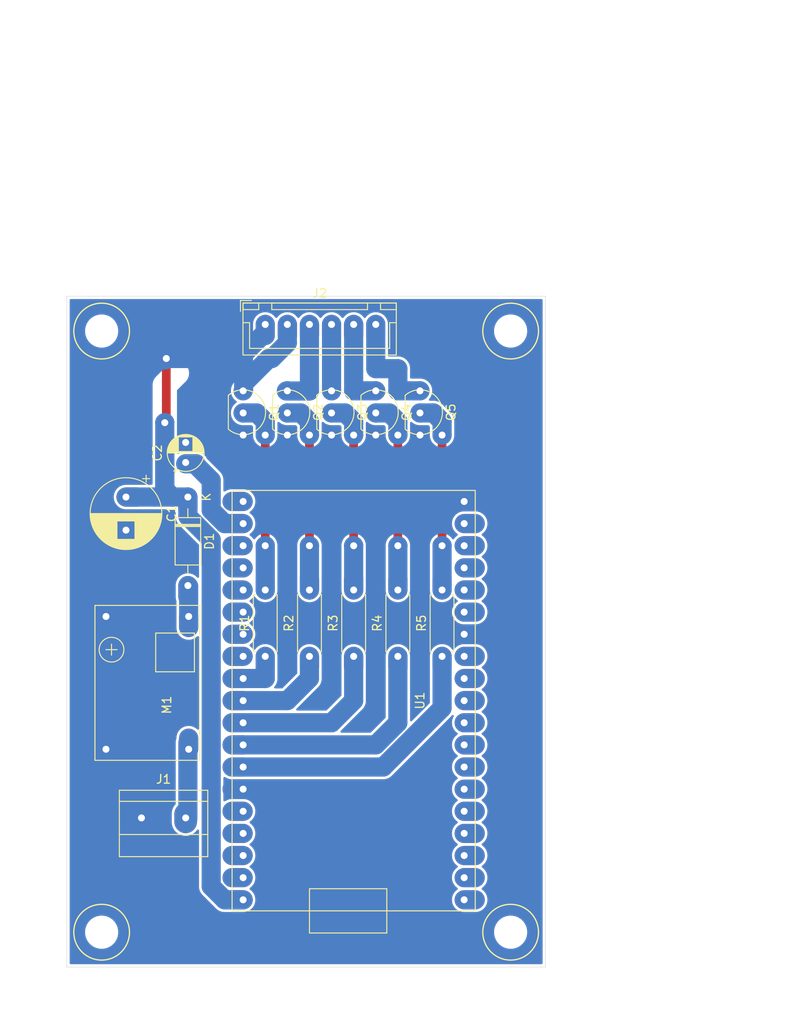
<source format=kicad_pcb>
(kicad_pcb (version 20171130) (host pcbnew "(5.1.6)-1")

  (general
    (thickness 1.6)
    (drawings 6)
    (tracks 105)
    (zones 0)
    (modules 21)
    (nets 49)
  )

  (page A4)
  (layers
    (0 F.Cu signal)
    (31 B.Cu signal)
    (32 B.Adhes user)
    (33 F.Adhes user)
    (34 B.Paste user)
    (35 F.Paste user)
    (36 B.SilkS user)
    (37 F.SilkS user)
    (38 B.Mask user)
    (39 F.Mask user)
    (40 Dwgs.User user)
    (41 Cmts.User user)
    (42 Eco1.User user)
    (43 Eco2.User user)
    (44 Edge.Cuts user)
    (45 Margin user)
    (46 B.CrtYd user)
    (47 F.CrtYd user)
    (48 B.Fab user)
    (49 F.Fab user)
  )

  (setup
    (last_trace_width 1)
    (user_trace_width 1)
    (user_trace_width 1.5)
    (user_trace_width 2)
    (user_trace_width 2.2)
    (trace_clearance 0.2)
    (zone_clearance 0.508)
    (zone_45_only no)
    (trace_min 0.2)
    (via_size 0.8)
    (via_drill 0.4)
    (via_min_size 0.4)
    (via_min_drill 0.3)
    (user_via 2.2 0.8)
    (uvia_size 0.3)
    (uvia_drill 0.1)
    (uvias_allowed no)
    (uvia_min_size 0.2)
    (uvia_min_drill 0.1)
    (edge_width 0.05)
    (segment_width 0.2)
    (pcb_text_width 0.3)
    (pcb_text_size 1.5 1.5)
    (mod_edge_width 0.12)
    (mod_text_size 1 1)
    (mod_text_width 0.15)
    (pad_size 2.2 2.2)
    (pad_drill 0.8)
    (pad_to_mask_clearance 0.05)
    (aux_axis_origin 30 110)
    (grid_origin 30 110)
    (visible_elements 7FFFFFFF)
    (pcbplotparams
      (layerselection 0x01040_fffffffe)
      (usegerberextensions false)
      (usegerberattributes true)
      (usegerberadvancedattributes true)
      (creategerberjobfile false)
      (excludeedgelayer true)
      (linewidth 0.100000)
      (plotframeref false)
      (viasonmask true)
      (mode 1)
      (useauxorigin true)
      (hpglpennumber 1)
      (hpglpenspeed 20)
      (hpglpendiameter 15.000000)
      (psnegative false)
      (psa4output false)
      (plotreference true)
      (plotvalue true)
      (plotinvisibletext false)
      (padsonsilk false)
      (subtractmaskfromsilk false)
      (outputformat 1)
      (mirror false)
      (drillshape 0)
      (scaleselection 1)
      (outputdirectory "C:/src/Arduino/lightController/docs/kicad/light_controller/plot/"))
  )

  (net 0 "")
  (net 1 +5V)
  (net 2 GND)
  (net 3 "Net-(C2-Pad1)")
  (net 4 "Net-(D1-Pad2)")
  (net 5 RELAY5)
  (net 6 RELAY4)
  (net 7 RELAY3)
  (net 8 RELAY2)
  (net 9 RELAY1)
  (net 10 "Net-(Q1-Pad2)")
  (net 11 "Net-(Q2-Pad2)")
  (net 12 "Net-(Q3-Pad2)")
  (net 13 "Net-(Q4-Pad2)")
  (net 14 "Net-(Q5-Pad2)")
  (net 15 CONTROL1)
  (net 16 CONTROL2)
  (net 17 CONTROL3)
  (net 18 CONTROL4)
  (net 19 CONTROL5)
  (net 20 "Net-(U1-Pad2)")
  (net 21 "Net-(U1-Pad3)")
  (net 22 "Net-(U1-Pad4)")
  (net 23 "Net-(U1-Pad5)")
  (net 24 "Net-(U1-Pad12)")
  (net 25 "Net-(U1-Pad13)")
  (net 26 "Net-(U1-Pad14)")
  (net 27 "Net-(U1-Pad15)")
  (net 28 "Net-(U1-Pad16)")
  (net 29 "Net-(U1-Pad17)")
  (net 30 "Net-(U1-Pad19)")
  (net 31 "Net-(U1-Pad21)")
  (net 32 "Net-(U1-Pad22)")
  (net 33 "Net-(U1-Pad23)")
  (net 34 "Net-(U1-Pad24)")
  (net 35 "Net-(U1-Pad25)")
  (net 36 "Net-(U1-Pad27)")
  (net 37 "Net-(U1-Pad28)")
  (net 38 "Net-(U1-Pad29)")
  (net 39 "Net-(U1-Pad30)")
  (net 40 "Net-(U1-Pad31)")
  (net 41 "Net-(U1-Pad32)")
  (net 42 "Net-(U1-Pad33)")
  (net 43 "Net-(U1-Pad34)")
  (net 44 "Net-(U1-Pad35)")
  (net 45 "Net-(U1-Pad36)")
  (net 46 "Net-(U1-Pad37)")
  (net 47 "Net-(U1-Pad38)")
  (net 48 "Net-(J1-Pad2)")

  (net_class Default "This is the default net class."
    (clearance 0.2)
    (trace_width 0.25)
    (via_dia 0.8)
    (via_drill 0.4)
    (uvia_dia 0.3)
    (uvia_drill 0.1)
    (add_net +5V)
    (add_net CONTROL1)
    (add_net CONTROL2)
    (add_net CONTROL3)
    (add_net CONTROL4)
    (add_net CONTROL5)
    (add_net GND)
    (add_net "Net-(C2-Pad1)")
    (add_net "Net-(D1-Pad2)")
    (add_net "Net-(J1-Pad2)")
    (add_net "Net-(Q1-Pad2)")
    (add_net "Net-(Q2-Pad2)")
    (add_net "Net-(Q3-Pad2)")
    (add_net "Net-(Q4-Pad2)")
    (add_net "Net-(Q5-Pad2)")
    (add_net "Net-(U1-Pad12)")
    (add_net "Net-(U1-Pad13)")
    (add_net "Net-(U1-Pad14)")
    (add_net "Net-(U1-Pad15)")
    (add_net "Net-(U1-Pad16)")
    (add_net "Net-(U1-Pad17)")
    (add_net "Net-(U1-Pad19)")
    (add_net "Net-(U1-Pad2)")
    (add_net "Net-(U1-Pad21)")
    (add_net "Net-(U1-Pad22)")
    (add_net "Net-(U1-Pad23)")
    (add_net "Net-(U1-Pad24)")
    (add_net "Net-(U1-Pad25)")
    (add_net "Net-(U1-Pad27)")
    (add_net "Net-(U1-Pad28)")
    (add_net "Net-(U1-Pad29)")
    (add_net "Net-(U1-Pad3)")
    (add_net "Net-(U1-Pad30)")
    (add_net "Net-(U1-Pad31)")
    (add_net "Net-(U1-Pad32)")
    (add_net "Net-(U1-Pad33)")
    (add_net "Net-(U1-Pad34)")
    (add_net "Net-(U1-Pad35)")
    (add_net "Net-(U1-Pad36)")
    (add_net "Net-(U1-Pad37)")
    (add_net "Net-(U1-Pad38)")
    (add_net "Net-(U1-Pad4)")
    (add_net "Net-(U1-Pad5)")
    (add_net RELAY1)
    (add_net RELAY2)
    (add_net RELAY3)
    (add_net RELAY4)
    (add_net RELAY5)
  )

  (module 0_my_footprints:myMountingHole_3.2mm_M3 (layer F.Cu) (tedit 669BF647) (tstamp 686B0743)
    (at 81 106 90)
    (descr "Mounting Hole 3.2mm, no annular, M3")
    (tags "mounting hole 3.2mm no annular m3")
    (attr virtual)
    (fp_text reference REF** (at 0 -4.2 90) (layer B.Fab)
      (effects (font (size 1 1) (thickness 0.15)))
    )
    (fp_text value myMountingHole_3.2mm_M3 (at 0 4.2 90) (layer B.Fab)
      (effects (font (size 1 1) (thickness 0.15)))
    )
    (fp_circle (center 0 0) (end 3.2 0) (layer F.SilkS) (width 0.15))
    (pad "" np_thru_hole circle (at 0 0 90) (size 3.2 3.2) (drill 3.2) (layers *.Cu *.Mask))
  )

  (module 0_my_footprints:myMountingHole_3.2mm_M3 (layer F.Cu) (tedit 669BF647) (tstamp 686B0743)
    (at 81 37 90)
    (descr "Mounting Hole 3.2mm, no annular, M3")
    (tags "mounting hole 3.2mm no annular m3")
    (attr virtual)
    (fp_text reference REF** (at 0 -4.2 90) (layer B.Fab)
      (effects (font (size 1 1) (thickness 0.15)))
    )
    (fp_text value myMountingHole_3.2mm_M3 (at 0 4.2 90) (layer B.Fab)
      (effects (font (size 1 1) (thickness 0.15)))
    )
    (fp_circle (center 0 0) (end 3.2 0) (layer F.SilkS) (width 0.15))
    (pad "" np_thru_hole circle (at 0 0 90) (size 3.2 3.2) (drill 3.2) (layers *.Cu *.Mask))
  )

  (module 0_my_footprints:myMountingHole_3.2mm_M3 (layer F.Cu) (tedit 669BF647) (tstamp 686B0743)
    (at 34 37 90)
    (descr "Mounting Hole 3.2mm, no annular, M3")
    (tags "mounting hole 3.2mm no annular m3")
    (attr virtual)
    (fp_text reference REF** (at 0 -4.2 90) (layer B.Fab)
      (effects (font (size 1 1) (thickness 0.15)))
    )
    (fp_text value myMountingHole_3.2mm_M3 (at 0 4.2 90) (layer B.Fab)
      (effects (font (size 1 1) (thickness 0.15)))
    )
    (fp_circle (center 0 0) (end 3.2 0) (layer F.SilkS) (width 0.15))
    (pad "" np_thru_hole circle (at 0 0 90) (size 3.2 3.2) (drill 3.2) (layers *.Cu *.Mask))
  )

  (module 0_my_footprints:myMountingHole_3.2mm_M3 (layer F.Cu) (tedit 669BF647) (tstamp 686B0742)
    (at 34 106 90)
    (descr "Mounting Hole 3.2mm, no annular, M3")
    (tags "mounting hole 3.2mm no annular m3")
    (attr virtual)
    (fp_text reference REF** (at 0 -4.2 90) (layer B.Fab)
      (effects (font (size 1 1) (thickness 0.15)))
    )
    (fp_text value myMountingHole_3.2mm_M3 (at 0 4.2 90) (layer B.Fab)
      (effects (font (size 1 1) (thickness 0.15)))
    )
    (fp_circle (center 0 0) (end 3.2 0) (layer F.SilkS) (width 0.15))
    (pad "" np_thru_hole circle (at 0 0 90) (size 3.2 3.2) (drill 3.2) (layers *.Cu *.Mask))
  )

  (module 0_my_footprints:CP_my100uf (layer F.Cu) (tedit 686AA412) (tstamp 686800E4)
    (at 36.798 56.052 270)
    (descr "CP, Radial series, Radial, pin pitch=3.80mm, , diameter=8mm, Electrolytic Capacitor")
    (tags "CP Radial series Radial pin pitch 3.80mm  diameter 8mm Electrolytic Capacitor")
    (path /685D8A8A)
    (fp_text reference C1 (at 1.9 -5.25 90) (layer F.SilkS)
      (effects (font (size 1 1) (thickness 0.15)))
    )
    (fp_text value 100uf (at 1.9 5.25 90) (layer F.Fab)
      (effects (font (size 1 1) (thickness 0.15)))
    )
    (fp_line (start -2.109698 -2.715) (end -2.109698 -1.915) (layer F.SilkS) (width 0.12))
    (fp_line (start -2.509698 -2.315) (end -1.709698 -2.315) (layer F.SilkS) (width 0.12))
    (fp_line (start 5.981 -0.533) (end 5.981 0.533) (layer F.SilkS) (width 0.12))
    (fp_line (start 5.941 -0.768) (end 5.941 0.768) (layer F.SilkS) (width 0.12))
    (fp_line (start 5.901 -0.948) (end 5.901 0.948) (layer F.SilkS) (width 0.12))
    (fp_line (start 5.861 -1.098) (end 5.861 1.098) (layer F.SilkS) (width 0.12))
    (fp_line (start 5.821 -1.229) (end 5.821 1.229) (layer F.SilkS) (width 0.12))
    (fp_line (start 5.781 -1.346) (end 5.781 1.346) (layer F.SilkS) (width 0.12))
    (fp_line (start 5.741 -1.453) (end 5.741 1.453) (layer F.SilkS) (width 0.12))
    (fp_line (start 5.701 -1.552) (end 5.701 1.552) (layer F.SilkS) (width 0.12))
    (fp_line (start 5.661 -1.645) (end 5.661 1.645) (layer F.SilkS) (width 0.12))
    (fp_line (start 5.621 -1.731) (end 5.621 1.731) (layer F.SilkS) (width 0.12))
    (fp_line (start 5.581 -1.813) (end 5.581 1.813) (layer F.SilkS) (width 0.12))
    (fp_line (start 5.541 -1.89) (end 5.541 1.89) (layer F.SilkS) (width 0.12))
    (fp_line (start 5.501 -1.964) (end 5.501 1.964) (layer F.SilkS) (width 0.12))
    (fp_line (start 5.461 -2.034) (end 5.461 2.034) (layer F.SilkS) (width 0.12))
    (fp_line (start 5.421 -2.102) (end 5.421 2.102) (layer F.SilkS) (width 0.12))
    (fp_line (start 5.381 -2.166) (end 5.381 2.166) (layer F.SilkS) (width 0.12))
    (fp_line (start 5.341 -2.228) (end 5.341 2.228) (layer F.SilkS) (width 0.12))
    (fp_line (start 5.301 -2.287) (end 5.301 2.287) (layer F.SilkS) (width 0.12))
    (fp_line (start 5.261 -2.345) (end 5.261 2.345) (layer F.SilkS) (width 0.12))
    (fp_line (start 5.221 -2.4) (end 5.221 2.4) (layer F.SilkS) (width 0.12))
    (fp_line (start 5.181 -2.454) (end 5.181 2.454) (layer F.SilkS) (width 0.12))
    (fp_line (start 5.141 -2.505) (end 5.141 2.505) (layer F.SilkS) (width 0.12))
    (fp_line (start 5.101 -2.556) (end 5.101 2.556) (layer F.SilkS) (width 0.12))
    (fp_line (start 5.061 -2.604) (end 5.061 2.604) (layer F.SilkS) (width 0.12))
    (fp_line (start 5.021 -2.651) (end 5.021 2.651) (layer F.SilkS) (width 0.12))
    (fp_line (start 4.981 -2.697) (end 4.981 2.697) (layer F.SilkS) (width 0.12))
    (fp_line (start 4.941 -2.741) (end 4.941 2.741) (layer F.SilkS) (width 0.12))
    (fp_line (start 4.901 -2.784) (end 4.901 2.784) (layer F.SilkS) (width 0.12))
    (fp_line (start 4.861 -2.826) (end 4.861 2.826) (layer F.SilkS) (width 0.12))
    (fp_line (start 4.821 1.04) (end 4.821 2.867) (layer F.SilkS) (width 0.12))
    (fp_line (start 4.821 -2.867) (end 4.821 -1.04) (layer F.SilkS) (width 0.12))
    (fp_line (start 4.781 1.04) (end 4.781 2.907) (layer F.SilkS) (width 0.12))
    (fp_line (start 4.781 -2.907) (end 4.781 -1.04) (layer F.SilkS) (width 0.12))
    (fp_line (start 4.741 1.04) (end 4.741 2.945) (layer F.SilkS) (width 0.12))
    (fp_line (start 4.741 -2.945) (end 4.741 -1.04) (layer F.SilkS) (width 0.12))
    (fp_line (start 4.701 1.04) (end 4.701 2.983) (layer F.SilkS) (width 0.12))
    (fp_line (start 4.701 -2.983) (end 4.701 -1.04) (layer F.SilkS) (width 0.12))
    (fp_line (start 4.661 1.04) (end 4.661 3.019) (layer F.SilkS) (width 0.12))
    (fp_line (start 4.661 -3.019) (end 4.661 -1.04) (layer F.SilkS) (width 0.12))
    (fp_line (start 4.621 1.04) (end 4.621 3.055) (layer F.SilkS) (width 0.12))
    (fp_line (start 4.621 -3.055) (end 4.621 -1.04) (layer F.SilkS) (width 0.12))
    (fp_line (start 4.581 1.04) (end 4.581 3.09) (layer F.SilkS) (width 0.12))
    (fp_line (start 4.581 -3.09) (end 4.581 -1.04) (layer F.SilkS) (width 0.12))
    (fp_line (start 4.541 1.04) (end 4.541 3.124) (layer F.SilkS) (width 0.12))
    (fp_line (start 4.541 -3.124) (end 4.541 -1.04) (layer F.SilkS) (width 0.12))
    (fp_line (start 4.501 1.04) (end 4.501 3.156) (layer F.SilkS) (width 0.12))
    (fp_line (start 4.501 -3.156) (end 4.501 -1.04) (layer F.SilkS) (width 0.12))
    (fp_line (start 4.461 1.04) (end 4.461 3.189) (layer F.SilkS) (width 0.12))
    (fp_line (start 4.461 -3.189) (end 4.461 -1.04) (layer F.SilkS) (width 0.12))
    (fp_line (start 4.421 1.04) (end 4.421 3.22) (layer F.SilkS) (width 0.12))
    (fp_line (start 4.421 -3.22) (end 4.421 -1.04) (layer F.SilkS) (width 0.12))
    (fp_line (start 4.381 1.04) (end 4.381 3.25) (layer F.SilkS) (width 0.12))
    (fp_line (start 4.381 -3.25) (end 4.381 -1.04) (layer F.SilkS) (width 0.12))
    (fp_line (start 4.341 1.04) (end 4.341 3.28) (layer F.SilkS) (width 0.12))
    (fp_line (start 4.341 -3.28) (end 4.341 -1.04) (layer F.SilkS) (width 0.12))
    (fp_line (start 4.301 1.04) (end 4.301 3.309) (layer F.SilkS) (width 0.12))
    (fp_line (start 4.301 -3.309) (end 4.301 -1.04) (layer F.SilkS) (width 0.12))
    (fp_line (start 4.261 1.04) (end 4.261 3.338) (layer F.SilkS) (width 0.12))
    (fp_line (start 4.261 -3.338) (end 4.261 -1.04) (layer F.SilkS) (width 0.12))
    (fp_line (start 4.221 1.04) (end 4.221 3.365) (layer F.SilkS) (width 0.12))
    (fp_line (start 4.221 -3.365) (end 4.221 -1.04) (layer F.SilkS) (width 0.12))
    (fp_line (start 4.181 1.04) (end 4.181 3.392) (layer F.SilkS) (width 0.12))
    (fp_line (start 4.181 -3.392) (end 4.181 -1.04) (layer F.SilkS) (width 0.12))
    (fp_line (start 4.141 1.04) (end 4.141 3.418) (layer F.SilkS) (width 0.12))
    (fp_line (start 4.141 -3.418) (end 4.141 -1.04) (layer F.SilkS) (width 0.12))
    (fp_line (start 4.101 1.04) (end 4.101 3.444) (layer F.SilkS) (width 0.12))
    (fp_line (start 4.101 -3.444) (end 4.101 -1.04) (layer F.SilkS) (width 0.12))
    (fp_line (start 4.061 1.04) (end 4.061 3.469) (layer F.SilkS) (width 0.12))
    (fp_line (start 4.061 -3.469) (end 4.061 -1.04) (layer F.SilkS) (width 0.12))
    (fp_line (start 4.021 1.04) (end 4.021 3.493) (layer F.SilkS) (width 0.12))
    (fp_line (start 4.021 -3.493) (end 4.021 -1.04) (layer F.SilkS) (width 0.12))
    (fp_line (start 3.981 1.04) (end 3.981 3.517) (layer F.SilkS) (width 0.12))
    (fp_line (start 3.981 -3.517) (end 3.981 -1.04) (layer F.SilkS) (width 0.12))
    (fp_line (start 3.941 1.04) (end 3.941 3.54) (layer F.SilkS) (width 0.12))
    (fp_line (start 3.941 -3.54) (end 3.941 -1.04) (layer F.SilkS) (width 0.12))
    (fp_line (start 3.901 1.04) (end 3.901 3.562) (layer F.SilkS) (width 0.12))
    (fp_line (start 3.901 -3.562) (end 3.901 -1.04) (layer F.SilkS) (width 0.12))
    (fp_line (start 3.861 1.04) (end 3.861 3.584) (layer F.SilkS) (width 0.12))
    (fp_line (start 3.861 -3.584) (end 3.861 -1.04) (layer F.SilkS) (width 0.12))
    (fp_line (start 3.821 1.04) (end 3.821 3.606) (layer F.SilkS) (width 0.12))
    (fp_line (start 3.821 -3.606) (end 3.821 -1.04) (layer F.SilkS) (width 0.12))
    (fp_line (start 3.781 1.04) (end 3.781 3.627) (layer F.SilkS) (width 0.12))
    (fp_line (start 3.781 -3.627) (end 3.781 -1.04) (layer F.SilkS) (width 0.12))
    (fp_line (start 3.741 1.04) (end 3.741 3.647) (layer F.SilkS) (width 0.12))
    (fp_line (start 3.741 -3.647) (end 3.741 -1.04) (layer F.SilkS) (width 0.12))
    (fp_line (start 3.701 1.04) (end 3.701 3.666) (layer F.SilkS) (width 0.12))
    (fp_line (start 3.701 -3.666) (end 3.701 -1.04) (layer F.SilkS) (width 0.12))
    (fp_line (start 3.661 1.04) (end 3.661 3.686) (layer F.SilkS) (width 0.12))
    (fp_line (start 3.661 -3.686) (end 3.661 -1.04) (layer F.SilkS) (width 0.12))
    (fp_line (start 3.621 1.04) (end 3.621 3.704) (layer F.SilkS) (width 0.12))
    (fp_line (start 3.621 -3.704) (end 3.621 -1.04) (layer F.SilkS) (width 0.12))
    (fp_line (start 3.581 1.04) (end 3.581 3.722) (layer F.SilkS) (width 0.12))
    (fp_line (start 3.581 -3.722) (end 3.581 -1.04) (layer F.SilkS) (width 0.12))
    (fp_line (start 3.541 1.04) (end 3.541 3.74) (layer F.SilkS) (width 0.12))
    (fp_line (start 3.541 -3.74) (end 3.541 -1.04) (layer F.SilkS) (width 0.12))
    (fp_line (start 3.501 1.04) (end 3.501 3.757) (layer F.SilkS) (width 0.12))
    (fp_line (start 3.501 -3.757) (end 3.501 -1.04) (layer F.SilkS) (width 0.12))
    (fp_line (start 3.461 1.04) (end 3.461 3.774) (layer F.SilkS) (width 0.12))
    (fp_line (start 3.461 -3.774) (end 3.461 -1.04) (layer F.SilkS) (width 0.12))
    (fp_line (start 3.421 1.04) (end 3.421 3.79) (layer F.SilkS) (width 0.12))
    (fp_line (start 3.421 -3.79) (end 3.421 -1.04) (layer F.SilkS) (width 0.12))
    (fp_line (start 3.381 1.04) (end 3.381 3.805) (layer F.SilkS) (width 0.12))
    (fp_line (start 3.381 -3.805) (end 3.381 -1.04) (layer F.SilkS) (width 0.12))
    (fp_line (start 3.341 1.04) (end 3.341 3.821) (layer F.SilkS) (width 0.12))
    (fp_line (start 3.341 -3.821) (end 3.341 -1.04) (layer F.SilkS) (width 0.12))
    (fp_line (start 3.301 1.04) (end 3.301 3.835) (layer F.SilkS) (width 0.12))
    (fp_line (start 3.301 -3.835) (end 3.301 -1.04) (layer F.SilkS) (width 0.12))
    (fp_line (start 3.261 1.04) (end 3.261 3.85) (layer F.SilkS) (width 0.12))
    (fp_line (start 3.261 -3.85) (end 3.261 -1.04) (layer F.SilkS) (width 0.12))
    (fp_line (start 3.221 1.04) (end 3.221 3.863) (layer F.SilkS) (width 0.12))
    (fp_line (start 3.221 -3.863) (end 3.221 -1.04) (layer F.SilkS) (width 0.12))
    (fp_line (start 3.181 1.04) (end 3.181 3.877) (layer F.SilkS) (width 0.12))
    (fp_line (start 3.181 -3.877) (end 3.181 -1.04) (layer F.SilkS) (width 0.12))
    (fp_line (start 3.141 1.04) (end 3.141 3.889) (layer F.SilkS) (width 0.12))
    (fp_line (start 3.141 -3.889) (end 3.141 -1.04) (layer F.SilkS) (width 0.12))
    (fp_line (start 3.101 1.04) (end 3.101 3.902) (layer F.SilkS) (width 0.12))
    (fp_line (start 3.101 -3.902) (end 3.101 -1.04) (layer F.SilkS) (width 0.12))
    (fp_line (start 3.061 1.04) (end 3.061 3.914) (layer F.SilkS) (width 0.12))
    (fp_line (start 3.061 -3.914) (end 3.061 -1.04) (layer F.SilkS) (width 0.12))
    (fp_line (start 3.021 1.04) (end 3.021 3.925) (layer F.SilkS) (width 0.12))
    (fp_line (start 3.021 -3.925) (end 3.021 -1.04) (layer F.SilkS) (width 0.12))
    (fp_line (start 2.981 1.04) (end 2.981 3.936) (layer F.SilkS) (width 0.12))
    (fp_line (start 2.981 -3.936) (end 2.981 -1.04) (layer F.SilkS) (width 0.12))
    (fp_line (start 2.941 1.04) (end 2.941 3.947) (layer F.SilkS) (width 0.12))
    (fp_line (start 2.941 -3.947) (end 2.941 -1.04) (layer F.SilkS) (width 0.12))
    (fp_line (start 2.901 1.04) (end 2.901 3.957) (layer F.SilkS) (width 0.12))
    (fp_line (start 2.901 -3.957) (end 2.901 -1.04) (layer F.SilkS) (width 0.12))
    (fp_line (start 2.861 1.04) (end 2.861 3.967) (layer F.SilkS) (width 0.12))
    (fp_line (start 2.861 -3.967) (end 2.861 -1.04) (layer F.SilkS) (width 0.12))
    (fp_line (start 2.821 1.04) (end 2.821 3.976) (layer F.SilkS) (width 0.12))
    (fp_line (start 2.821 -3.976) (end 2.821 -1.04) (layer F.SilkS) (width 0.12))
    (fp_line (start 2.781 1.04) (end 2.781 3.985) (layer F.SilkS) (width 0.12))
    (fp_line (start 2.781 -3.985) (end 2.781 -1.04) (layer F.SilkS) (width 0.12))
    (fp_line (start 2.741 -3.994) (end 2.741 3.994) (layer F.SilkS) (width 0.12))
    (fp_line (start 2.701 -4.002) (end 2.701 4.002) (layer F.SilkS) (width 0.12))
    (fp_line (start 2.661 -4.01) (end 2.661 4.01) (layer F.SilkS) (width 0.12))
    (fp_line (start 2.621 -4.017) (end 2.621 4.017) (layer F.SilkS) (width 0.12))
    (fp_line (start 2.58 -4.024) (end 2.58 4.024) (layer F.SilkS) (width 0.12))
    (fp_line (start 2.54 -4.03) (end 2.54 4.03) (layer F.SilkS) (width 0.12))
    (fp_line (start 2.5 -4.037) (end 2.5 4.037) (layer F.SilkS) (width 0.12))
    (fp_line (start 2.46 -4.042) (end 2.46 4.042) (layer F.SilkS) (width 0.12))
    (fp_line (start 2.42 -4.048) (end 2.42 4.048) (layer F.SilkS) (width 0.12))
    (fp_line (start 2.38 -4.052) (end 2.38 4.052) (layer F.SilkS) (width 0.12))
    (fp_line (start 2.34 -4.057) (end 2.34 4.057) (layer F.SilkS) (width 0.12))
    (fp_line (start 2.3 -4.061) (end 2.3 4.061) (layer F.SilkS) (width 0.12))
    (fp_line (start 2.26 -4.065) (end 2.26 4.065) (layer F.SilkS) (width 0.12))
    (fp_line (start 2.22 -4.068) (end 2.22 4.068) (layer F.SilkS) (width 0.12))
    (fp_line (start 2.18 -4.071) (end 2.18 4.071) (layer F.SilkS) (width 0.12))
    (fp_line (start 2.14 -4.074) (end 2.14 4.074) (layer F.SilkS) (width 0.12))
    (fp_line (start 2.1 -4.076) (end 2.1 4.076) (layer F.SilkS) (width 0.12))
    (fp_line (start 2.06 -4.077) (end 2.06 4.077) (layer F.SilkS) (width 0.12))
    (fp_line (start 2.02 -4.079) (end 2.02 4.079) (layer F.SilkS) (width 0.12))
    (fp_line (start 1.98 -4.08) (end 1.98 4.08) (layer F.SilkS) (width 0.12))
    (fp_line (start 1.94 -4.08) (end 1.94 4.08) (layer F.SilkS) (width 0.12))
    (fp_line (start 1.9 -4.08) (end 1.9 4.08) (layer F.SilkS) (width 0.12))
    (fp_line (start -1.126759 -2.1475) (end -1.126759 -1.3475) (layer F.Fab) (width 0.1))
    (fp_line (start -1.526759 -1.7475) (end -0.726759 -1.7475) (layer F.Fab) (width 0.1))
    (fp_circle (center 1.9 0) (end 6.15 0) (layer F.CrtYd) (width 0.05))
    (fp_circle (center 1.9 0) (end 6.02 0) (layer F.SilkS) (width 0.12))
    (fp_circle (center 1.9 0) (end 5.9 0) (layer F.Fab) (width 0.1))
    (fp_text user %R (at 1.9 0 90) (layer F.Fab)
      (effects (font (size 1 1) (thickness 0.15)))
    )
    (pad 1 thru_hole oval (at 0 0 270) (size 2.2 3.47) (drill 0.8 (offset 0 -0.635)) (layers *.Cu *.Mask)
      (net 1 +5V))
    (pad 2 thru_hole oval (at 3.8 0 270) (size 3.47 2.2) (drill 0.8 (offset 0.635 0)) (layers *.Cu *.Mask)
      (net 2 GND))
    (model ${KISYS3DMOD}/Capacitor_THT.3dshapes/CP_Radial_D8.0mm_P3.80mm.wrl
      (at (xyz 0 0 0))
      (scale (xyz 1 1 1))
      (rotate (xyz 0 0 0))
    )
  )

  (module 0_my_footprints:CP_my10uf (layer F.Cu) (tedit 686AA504) (tstamp 68680150)
    (at 43.656 51.988 90)
    (descr "CP, Radial series, Radial, pin pitch=2.00mm, , diameter=4mm, Electrolytic Capacitor")
    (tags "CP Radial series Radial pin pitch 2.00mm  diameter 4mm Electrolytic Capacitor")
    (path /68605AA8)
    (fp_text reference C2 (at 1 -3.25 90) (layer F.SilkS)
      (effects (font (size 1 1) (thickness 0.15)))
    )
    (fp_text value 4.7uf (at 1 3.25 90) (layer F.Fab)
      (effects (font (size 1 1) (thickness 0.15)))
    )
    (fp_circle (center 1 0) (end 3 0) (layer F.Fab) (width 0.1))
    (fp_circle (center 1 0) (end 3.12 0) (layer F.SilkS) (width 0.12))
    (fp_circle (center 1 0) (end 3.25 0) (layer F.CrtYd) (width 0.05))
    (fp_line (start -0.702554 -0.8675) (end -0.302554 -0.8675) (layer F.Fab) (width 0.1))
    (fp_line (start -0.502554 -1.0675) (end -0.502554 -0.6675) (layer F.Fab) (width 0.1))
    (fp_line (start 1 -2.08) (end 1 2.08) (layer F.SilkS) (width 0.12))
    (fp_line (start 1.04 -2.08) (end 1.04 2.08) (layer F.SilkS) (width 0.12))
    (fp_line (start 1.08 -2.079) (end 1.08 2.079) (layer F.SilkS) (width 0.12))
    (fp_line (start 1.12 -2.077) (end 1.12 2.077) (layer F.SilkS) (width 0.12))
    (fp_line (start 1.16 -2.074) (end 1.16 2.074) (layer F.SilkS) (width 0.12))
    (fp_line (start 1.2 -2.071) (end 1.2 -0.84) (layer F.SilkS) (width 0.12))
    (fp_line (start 1.2 0.84) (end 1.2 2.071) (layer F.SilkS) (width 0.12))
    (fp_line (start 1.24 -2.067) (end 1.24 -0.84) (layer F.SilkS) (width 0.12))
    (fp_line (start 1.24 0.84) (end 1.24 2.067) (layer F.SilkS) (width 0.12))
    (fp_line (start 1.28 -2.062) (end 1.28 -0.84) (layer F.SilkS) (width 0.12))
    (fp_line (start 1.28 0.84) (end 1.28 2.062) (layer F.SilkS) (width 0.12))
    (fp_line (start 1.32 -2.056) (end 1.32 -0.84) (layer F.SilkS) (width 0.12))
    (fp_line (start 1.32 0.84) (end 1.32 2.056) (layer F.SilkS) (width 0.12))
    (fp_line (start 1.36 -2.05) (end 1.36 -0.84) (layer F.SilkS) (width 0.12))
    (fp_line (start 1.36 0.84) (end 1.36 2.05) (layer F.SilkS) (width 0.12))
    (fp_line (start 1.4 -2.042) (end 1.4 -0.84) (layer F.SilkS) (width 0.12))
    (fp_line (start 1.4 0.84) (end 1.4 2.042) (layer F.SilkS) (width 0.12))
    (fp_line (start 1.44 -2.034) (end 1.44 -0.84) (layer F.SilkS) (width 0.12))
    (fp_line (start 1.44 0.84) (end 1.44 2.034) (layer F.SilkS) (width 0.12))
    (fp_line (start 1.48 -2.025) (end 1.48 -0.84) (layer F.SilkS) (width 0.12))
    (fp_line (start 1.48 0.84) (end 1.48 2.025) (layer F.SilkS) (width 0.12))
    (fp_line (start 1.52 -2.016) (end 1.52 -0.84) (layer F.SilkS) (width 0.12))
    (fp_line (start 1.52 0.84) (end 1.52 2.016) (layer F.SilkS) (width 0.12))
    (fp_line (start 1.56 -2.005) (end 1.56 -0.84) (layer F.SilkS) (width 0.12))
    (fp_line (start 1.56 0.84) (end 1.56 2.005) (layer F.SilkS) (width 0.12))
    (fp_line (start 1.6 -1.994) (end 1.6 -0.84) (layer F.SilkS) (width 0.12))
    (fp_line (start 1.6 0.84) (end 1.6 1.994) (layer F.SilkS) (width 0.12))
    (fp_line (start 1.64 -1.982) (end 1.64 -0.84) (layer F.SilkS) (width 0.12))
    (fp_line (start 1.64 0.84) (end 1.64 1.982) (layer F.SilkS) (width 0.12))
    (fp_line (start 1.68 -1.968) (end 1.68 -0.84) (layer F.SilkS) (width 0.12))
    (fp_line (start 1.68 0.84) (end 1.68 1.968) (layer F.SilkS) (width 0.12))
    (fp_line (start 1.721 -1.954) (end 1.721 -0.84) (layer F.SilkS) (width 0.12))
    (fp_line (start 1.721 0.84) (end 1.721 1.954) (layer F.SilkS) (width 0.12))
    (fp_line (start 1.761 -1.94) (end 1.761 -0.84) (layer F.SilkS) (width 0.12))
    (fp_line (start 1.761 0.84) (end 1.761 1.94) (layer F.SilkS) (width 0.12))
    (fp_line (start 1.801 -1.924) (end 1.801 -0.84) (layer F.SilkS) (width 0.12))
    (fp_line (start 1.801 0.84) (end 1.801 1.924) (layer F.SilkS) (width 0.12))
    (fp_line (start 1.841 -1.907) (end 1.841 -0.84) (layer F.SilkS) (width 0.12))
    (fp_line (start 1.841 0.84) (end 1.841 1.907) (layer F.SilkS) (width 0.12))
    (fp_line (start 1.881 -1.889) (end 1.881 -0.84) (layer F.SilkS) (width 0.12))
    (fp_line (start 1.881 0.84) (end 1.881 1.889) (layer F.SilkS) (width 0.12))
    (fp_line (start 1.921 -1.87) (end 1.921 -0.84) (layer F.SilkS) (width 0.12))
    (fp_line (start 1.921 0.84) (end 1.921 1.87) (layer F.SilkS) (width 0.12))
    (fp_line (start 1.961 -1.851) (end 1.961 -0.84) (layer F.SilkS) (width 0.12))
    (fp_line (start 1.961 0.84) (end 1.961 1.851) (layer F.SilkS) (width 0.12))
    (fp_line (start 2.001 -1.83) (end 2.001 -0.84) (layer F.SilkS) (width 0.12))
    (fp_line (start 2.001 0.84) (end 2.001 1.83) (layer F.SilkS) (width 0.12))
    (fp_line (start 2.041 -1.808) (end 2.041 -0.84) (layer F.SilkS) (width 0.12))
    (fp_line (start 2.041 0.84) (end 2.041 1.808) (layer F.SilkS) (width 0.12))
    (fp_line (start 2.081 -1.785) (end 2.081 -0.84) (layer F.SilkS) (width 0.12))
    (fp_line (start 2.081 0.84) (end 2.081 1.785) (layer F.SilkS) (width 0.12))
    (fp_line (start 2.121 -1.76) (end 2.121 -0.84) (layer F.SilkS) (width 0.12))
    (fp_line (start 2.121 0.84) (end 2.121 1.76) (layer F.SilkS) (width 0.12))
    (fp_line (start 2.161 -1.735) (end 2.161 -0.84) (layer F.SilkS) (width 0.12))
    (fp_line (start 2.161 0.84) (end 2.161 1.735) (layer F.SilkS) (width 0.12))
    (fp_line (start 2.201 -1.708) (end 2.201 -0.84) (layer F.SilkS) (width 0.12))
    (fp_line (start 2.201 0.84) (end 2.201 1.708) (layer F.SilkS) (width 0.12))
    (fp_line (start 2.241 -1.68) (end 2.241 -0.84) (layer F.SilkS) (width 0.12))
    (fp_line (start 2.241 0.84) (end 2.241 1.68) (layer F.SilkS) (width 0.12))
    (fp_line (start 2.281 -1.65) (end 2.281 -0.84) (layer F.SilkS) (width 0.12))
    (fp_line (start 2.281 0.84) (end 2.281 1.65) (layer F.SilkS) (width 0.12))
    (fp_line (start 2.321 -1.619) (end 2.321 -0.84) (layer F.SilkS) (width 0.12))
    (fp_line (start 2.321 0.84) (end 2.321 1.619) (layer F.SilkS) (width 0.12))
    (fp_line (start 2.361 -1.587) (end 2.361 -0.84) (layer F.SilkS) (width 0.12))
    (fp_line (start 2.361 0.84) (end 2.361 1.587) (layer F.SilkS) (width 0.12))
    (fp_line (start 2.401 -1.552) (end 2.401 -0.84) (layer F.SilkS) (width 0.12))
    (fp_line (start 2.401 0.84) (end 2.401 1.552) (layer F.SilkS) (width 0.12))
    (fp_line (start 2.441 -1.516) (end 2.441 -0.84) (layer F.SilkS) (width 0.12))
    (fp_line (start 2.441 0.84) (end 2.441 1.516) (layer F.SilkS) (width 0.12))
    (fp_line (start 2.481 -1.478) (end 2.481 -0.84) (layer F.SilkS) (width 0.12))
    (fp_line (start 2.481 0.84) (end 2.481 1.478) (layer F.SilkS) (width 0.12))
    (fp_line (start 2.521 -1.438) (end 2.521 -0.84) (layer F.SilkS) (width 0.12))
    (fp_line (start 2.521 0.84) (end 2.521 1.438) (layer F.SilkS) (width 0.12))
    (fp_line (start 2.561 -1.396) (end 2.561 -0.84) (layer F.SilkS) (width 0.12))
    (fp_line (start 2.561 0.84) (end 2.561 1.396) (layer F.SilkS) (width 0.12))
    (fp_line (start 2.601 -1.351) (end 2.601 -0.84) (layer F.SilkS) (width 0.12))
    (fp_line (start 2.601 0.84) (end 2.601 1.351) (layer F.SilkS) (width 0.12))
    (fp_line (start 2.641 -1.304) (end 2.641 -0.84) (layer F.SilkS) (width 0.12))
    (fp_line (start 2.641 0.84) (end 2.641 1.304) (layer F.SilkS) (width 0.12))
    (fp_line (start 2.681 -1.254) (end 2.681 -0.84) (layer F.SilkS) (width 0.12))
    (fp_line (start 2.681 0.84) (end 2.681 1.254) (layer F.SilkS) (width 0.12))
    (fp_line (start 2.721 -1.2) (end 2.721 -0.84) (layer F.SilkS) (width 0.12))
    (fp_line (start 2.721 0.84) (end 2.721 1.2) (layer F.SilkS) (width 0.12))
    (fp_line (start 2.761 -1.142) (end 2.761 -0.84) (layer F.SilkS) (width 0.12))
    (fp_line (start 2.761 0.84) (end 2.761 1.142) (layer F.SilkS) (width 0.12))
    (fp_line (start 2.801 -1.08) (end 2.801 -0.84) (layer F.SilkS) (width 0.12))
    (fp_line (start 2.801 0.84) (end 2.801 1.08) (layer F.SilkS) (width 0.12))
    (fp_line (start 2.841 -1.013) (end 2.841 1.013) (layer F.SilkS) (width 0.12))
    (fp_line (start 2.881 -0.94) (end 2.881 0.94) (layer F.SilkS) (width 0.12))
    (fp_line (start 2.921 -0.859) (end 2.921 0.859) (layer F.SilkS) (width 0.12))
    (fp_line (start 2.961 -0.768) (end 2.961 0.768) (layer F.SilkS) (width 0.12))
    (fp_line (start 3.001 -0.664) (end 3.001 0.664) (layer F.SilkS) (width 0.12))
    (fp_line (start 3.041 -0.537) (end 3.041 0.537) (layer F.SilkS) (width 0.12))
    (fp_line (start 3.081 -0.37) (end 3.081 0.37) (layer F.SilkS) (width 0.12))
    (fp_line (start -1.269801 -1.195) (end -0.869801 -1.195) (layer F.SilkS) (width 0.12))
    (fp_line (start -1.069801 -1.395) (end -1.069801 -0.995) (layer F.SilkS) (width 0.12))
    (fp_text user %R (at 1 0 90) (layer F.Fab)
      (effects (font (size 0.8 0.8) (thickness 0.12)))
    )
    (pad 1 thru_hole oval (at -0.1 0 90) (size 1.9 3.2) (drill 0.8 (offset 0 0.6)) (layers *.Cu *.Mask)
      (net 3 "Net-(C2-Pad1)"))
    (pad 2 thru_hole oval (at 2.2 0 90) (size 1.9 3.2) (drill 0.8 (offset 0 0.6)) (layers *.Cu *.Mask)
      (net 2 GND))
    (model ${KISYS3DMOD}/Capacitor_THT.3dshapes/CP_Radial_D4.0mm_P2.00mm.wrl
      (at (xyz 0 0 0))
      (scale (xyz 1 1 1))
      (rotate (xyz 0 0 0))
    )
  )

  (module Diode_THT:D_DO-41_SOD81_P10.16mm_Horizontal (layer F.Cu) (tedit 686AA3B2) (tstamp 6868016F)
    (at 43.91 56.052 270)
    (descr "Diode, DO-41_SOD81 series, Axial, Horizontal, pin pitch=10.16mm, , length*diameter=5.2*2.7mm^2, , http://www.diodes.com/_files/packages/DO-41%20(Plastic).pdf")
    (tags "Diode DO-41_SOD81 series Axial Horizontal pin pitch 10.16mm  length 5.2mm diameter 2.7mm")
    (path /685F2BEB)
    (fp_text reference D1 (at 5.08 -2.47 90) (layer F.SilkS)
      (effects (font (size 1 1) (thickness 0.15)))
    )
    (fp_text value 1N4001 (at 5.08 2.47 90) (layer F.Fab)
      (effects (font (size 1 1) (thickness 0.15)))
    )
    (fp_line (start 2.48 -1.35) (end 2.48 1.35) (layer F.Fab) (width 0.1))
    (fp_line (start 2.48 1.35) (end 7.68 1.35) (layer F.Fab) (width 0.1))
    (fp_line (start 7.68 1.35) (end 7.68 -1.35) (layer F.Fab) (width 0.1))
    (fp_line (start 7.68 -1.35) (end 2.48 -1.35) (layer F.Fab) (width 0.1))
    (fp_line (start 0 0) (end 2.48 0) (layer F.Fab) (width 0.1))
    (fp_line (start 10.16 0) (end 7.68 0) (layer F.Fab) (width 0.1))
    (fp_line (start 3.26 -1.35) (end 3.26 1.35) (layer F.Fab) (width 0.1))
    (fp_line (start 3.36 -1.35) (end 3.36 1.35) (layer F.Fab) (width 0.1))
    (fp_line (start 3.16 -1.35) (end 3.16 1.35) (layer F.Fab) (width 0.1))
    (fp_line (start 2.36 -1.47) (end 2.36 1.47) (layer F.SilkS) (width 0.12))
    (fp_line (start 2.36 1.47) (end 7.8 1.47) (layer F.SilkS) (width 0.12))
    (fp_line (start 7.8 1.47) (end 7.8 -1.47) (layer F.SilkS) (width 0.12))
    (fp_line (start 7.8 -1.47) (end 2.36 -1.47) (layer F.SilkS) (width 0.12))
    (fp_line (start 1.34 0) (end 2.36 0) (layer F.SilkS) (width 0.12))
    (fp_line (start 8.82 0) (end 7.8 0) (layer F.SilkS) (width 0.12))
    (fp_line (start 3.26 -1.47) (end 3.26 1.47) (layer F.SilkS) (width 0.12))
    (fp_line (start 3.38 -1.47) (end 3.38 1.47) (layer F.SilkS) (width 0.12))
    (fp_line (start 3.14 -1.47) (end 3.14 1.47) (layer F.SilkS) (width 0.12))
    (fp_line (start -1.35 -1.6) (end -1.35 1.6) (layer F.CrtYd) (width 0.05))
    (fp_line (start -1.35 1.6) (end 11.51 1.6) (layer F.CrtYd) (width 0.05))
    (fp_line (start 11.51 1.6) (end 11.51 -1.6) (layer F.CrtYd) (width 0.05))
    (fp_line (start 11.51 -1.6) (end -1.35 -1.6) (layer F.CrtYd) (width 0.05))
    (fp_text user %R (at 5.47 0 90) (layer F.Fab)
      (effects (font (size 1 1) (thickness 0.15)))
    )
    (fp_text user K (at 0 -2.1 90) (layer F.Fab)
      (effects (font (size 1 1) (thickness 0.15)))
    )
    (fp_text user K (at 0 -2.1 90) (layer F.SilkS)
      (effects (font (size 1 1) (thickness 0.15)))
    )
    (pad 1 thru_hole oval (at 0 0 270) (size 3.47 2.2) (drill 0.8 (offset 0.635 0)) (layers *.Cu *.Mask)
      (net 1 +5V))
    (pad 2 thru_hole oval (at 10.16 0 270) (size 3.47 2.2) (drill 0.8 (offset 0.635 0)) (layers *.Cu *.Mask)
      (net 4 "Net-(D1-Pad2)"))
    (model ${KISYS3DMOD}/Diode_THT.3dshapes/D_DO-41_SOD81_P10.16mm_Horizontal.wrl
      (at (xyz 0 0 0))
      (scale (xyz 1 1 1))
      (rotate (xyz 0 0 0))
    )
  )

  (module 0_my_footprints:myTerminalBlock_5.08x02 (layer F.Cu) (tedit 686AA483) (tstamp 68680192)
    (at 38.576 92.882)
    (tags "Terminal Block 5.08mm")
    (path /686106B8)
    (fp_text reference J1 (at 2.54 -4.445) (layer F.SilkS)
      (effects (font (size 1 1) (thickness 0.15)))
    )
    (fp_text value POWER (at 2.54 5.66) (layer F.Fab)
      (effects (font (size 1 1) (thickness 0.15)))
    )
    (fp_line (start 7.62 -1.905) (end -2.54 -1.905) (layer F.SilkS) (width 0.12))
    (fp_line (start 7.62 1.905) (end -2.54 1.905) (layer F.SilkS) (width 0.12))
    (fp_line (start -2.54 -3.175) (end -2.54 4.445) (layer F.SilkS) (width 0.12))
    (fp_line (start 7.62 -3.175) (end -2.54 -3.175) (layer F.SilkS) (width 0.12))
    (fp_line (start 7.62 -3.175) (end 7.62 4.445) (layer F.SilkS) (width 0.12))
    (fp_line (start 7.62 -3.175) (end -2.54 -3.175) (layer F.CrtYd) (width 0.05))
    (fp_line (start 7.62 4.445) (end 7.62 -3.175) (layer F.CrtYd) (width 0.05))
    (fp_line (start -2.54 4.445) (end 7.62 4.445) (layer F.CrtYd) (width 0.05))
    (fp_line (start -2.54 -3.175) (end -2.54 4.445) (layer F.CrtYd) (width 0.05))
    (fp_line (start 6.035 -1.138) (end 3.943 0.955) (layer F.Fab) (width 0.1))
    (fp_line (start 6.218 -0.955) (end 4.126 1.138) (layer F.Fab) (width 0.1))
    (fp_line (start 0.955 -1.138) (end -1.138 0.955) (layer F.Fab) (width 0.1))
    (fp_line (start 1.138 -0.955) (end -0.955 1.138) (layer F.Fab) (width 0.1))
    (fp_line (start -2.54 4.445) (end 7.62 4.445) (layer F.SilkS) (width 0.12))
    (fp_line (start -2.54 4.445) (end 7.62 4.445) (layer F.Fab) (width 0.1))
    (fp_line (start -2.54 4.445) (end -2.54 -3.175) (layer F.Fab) (width 0.1))
    (fp_line (start 7.62 -3.175) (end 7.62 4.445) (layer F.Fab) (width 0.1))
    (fp_line (start -2.54 -3.175) (end 7.62 -3.175) (layer F.Fab) (width 0.1))
    (fp_circle (center 5.08 0) (end 6.58 0) (layer F.Fab) (width 0.1))
    (fp_circle (center 0 0) (end 1.5 0) (layer F.Fab) (width 0.1))
    (fp_line (start 7.62 -1.905) (end -2.54 -1.905) (layer F.Fab) (width 0.12))
    (fp_line (start -2.54 1.905) (end 7.62 1.905) (layer F.Fab) (width 0.12))
    (fp_line (start -1.27 0) (end -1.27 -2.54) (layer Dwgs.User) (width 0.12))
    (fp_line (start -1.27 -2.54) (end 1.27 -2.54) (layer Dwgs.User) (width 0.12))
    (fp_line (start 1.27 -2.54) (end 1.27 0) (layer Dwgs.User) (width 0.12))
    (fp_line (start 3.81 0) (end 3.81 -2.54) (layer Dwgs.User) (width 0.12))
    (fp_line (start 3.81 -2.54) (end 6.35 -2.54) (layer Dwgs.User) (width 0.12))
    (fp_line (start 6.35 -2.54) (end 6.35 0) (layer Dwgs.User) (width 0.12))
    (fp_text user %R (at 2.54 3.175) (layer F.Fab)
      (effects (font (size 1 1) (thickness 0.15)))
    )
    (pad 1 thru_hole oval (at 0 0) (size 2.6 3.5) (drill 0.8) (layers *.Cu *.Mask)
      (net 2 GND))
    (pad 2 thru_hole oval (at 5.08 0) (size 2.6 3.5) (drill 0.8) (layers *.Cu *.Mask)
      (net 48 "Net-(J1-Pad2)"))
    (model C:/src/kiCad/libraries/my_3d_files/myTerminalBlock_5.08x02.step
      (offset (xyz 0 -4 0))
      (scale (xyz 1 1 1))
      (rotate (xyz 0 0 -90))
    )
  )

  (module 0_my_footprints:myJSTx06 (layer F.Cu) (tedit 63C19E30) (tstamp 686801BF)
    (at 52.8 36.24)
    (descr "JST XH series connector, B6B-XH-A (http://www.jst-mfg.com/product/pdf/eng/eXH.pdf), generated with kicad-footprint-generator")
    (tags "connector JST XH vertical")
    (path /68765423)
    (fp_text reference J2 (at 6.25 -3.55) (layer F.SilkS)
      (effects (font (size 1 1) (thickness 0.15)))
    )
    (fp_text value Conn_01x06 (at 6.25 4.6) (layer F.Fab)
      (effects (font (size 1 1) (thickness 0.15)))
    )
    (fp_line (start -2.45 -2.35) (end -2.45 3.4) (layer F.Fab) (width 0.1))
    (fp_line (start -2.45 3.4) (end 14.95 3.4) (layer F.Fab) (width 0.1))
    (fp_line (start 14.95 3.4) (end 14.95 -2.35) (layer F.Fab) (width 0.1))
    (fp_line (start 14.95 -2.35) (end -2.45 -2.35) (layer F.Fab) (width 0.1))
    (fp_line (start -2.56 -2.46) (end -2.56 3.51) (layer F.SilkS) (width 0.12))
    (fp_line (start -2.56 3.51) (end 15.06 3.51) (layer F.SilkS) (width 0.12))
    (fp_line (start 15.06 3.51) (end 15.06 -2.46) (layer F.SilkS) (width 0.12))
    (fp_line (start 15.06 -2.46) (end -2.56 -2.46) (layer F.SilkS) (width 0.12))
    (fp_line (start -2.95 -2.85) (end -2.95 3.9) (layer F.CrtYd) (width 0.05))
    (fp_line (start -2.95 3.9) (end 15.45 3.9) (layer F.CrtYd) (width 0.05))
    (fp_line (start 15.45 3.9) (end 15.45 -2.85) (layer F.CrtYd) (width 0.05))
    (fp_line (start 15.45 -2.85) (end -2.95 -2.85) (layer F.CrtYd) (width 0.05))
    (fp_line (start -0.625 -2.35) (end 0 -1.35) (layer F.Fab) (width 0.1))
    (fp_line (start 0 -1.35) (end 0.625 -2.35) (layer F.Fab) (width 0.1))
    (fp_line (start 0.75 -2.45) (end 0.75 -1.7) (layer F.SilkS) (width 0.12))
    (fp_line (start 0.75 -1.7) (end 11.75 -1.7) (layer F.SilkS) (width 0.12))
    (fp_line (start 11.75 -1.7) (end 11.75 -2.45) (layer F.SilkS) (width 0.12))
    (fp_line (start 11.75 -2.45) (end 0.75 -2.45) (layer F.SilkS) (width 0.12))
    (fp_line (start -2.55 -2.45) (end -2.55 -1.7) (layer F.SilkS) (width 0.12))
    (fp_line (start -2.55 -1.7) (end -0.75 -1.7) (layer F.SilkS) (width 0.12))
    (fp_line (start -0.75 -1.7) (end -0.75 -2.45) (layer F.SilkS) (width 0.12))
    (fp_line (start -0.75 -2.45) (end -2.55 -2.45) (layer F.SilkS) (width 0.12))
    (fp_line (start 13.25 -2.45) (end 13.25 -1.7) (layer F.SilkS) (width 0.12))
    (fp_line (start 13.25 -1.7) (end 15.05 -1.7) (layer F.SilkS) (width 0.12))
    (fp_line (start 15.05 -1.7) (end 15.05 -2.45) (layer F.SilkS) (width 0.12))
    (fp_line (start 15.05 -2.45) (end 13.25 -2.45) (layer F.SilkS) (width 0.12))
    (fp_line (start -2.55 -0.2) (end -1.8 -0.2) (layer F.SilkS) (width 0.12))
    (fp_line (start -1.8 -0.2) (end -1.8 2.75) (layer F.SilkS) (width 0.12))
    (fp_line (start -1.8 2.75) (end 6.25 2.75) (layer F.SilkS) (width 0.12))
    (fp_line (start 15.05 -0.2) (end 14.3 -0.2) (layer F.SilkS) (width 0.12))
    (fp_line (start 14.3 -0.2) (end 14.3 2.75) (layer F.SilkS) (width 0.12))
    (fp_line (start 14.3 2.75) (end 6.25 2.75) (layer F.SilkS) (width 0.12))
    (fp_line (start -1.6 -2.75) (end -2.85 -2.75) (layer F.SilkS) (width 0.12))
    (fp_line (start -2.85 -2.75) (end -2.85 -1.5) (layer F.SilkS) (width 0.12))
    (fp_text user %R (at 6.25 2.7) (layer F.Fab)
      (effects (font (size 1 1) (thickness 0.15)))
    )
    (pad 1 thru_hole oval (at 0 0) (size 2.2 3.47) (drill 0.8 (offset 0 0.635)) (layers *.Cu *.Mask)
      (net 1 +5V))
    (pad 2 thru_hole oval (at 2.54 0) (size 2.2 3.47) (drill 0.8 (offset 0 0.635)) (layers *.Cu *.Mask)
      (net 9 RELAY1))
    (pad 3 thru_hole oval (at 5.08 0) (size 2.2 3.47) (drill 0.8 (offset 0 0.635)) (layers *.Cu *.Mask)
      (net 8 RELAY2))
    (pad 4 thru_hole oval (at 7.62 0) (size 2.2 3.47) (drill 0.8 (offset 0 0.635)) (layers *.Cu *.Mask)
      (net 7 RELAY3))
    (pad 5 thru_hole oval (at 10.16 0) (size 2.2 3.47) (drill 0.8 (offset 0 0.635)) (layers *.Cu *.Mask)
      (net 6 RELAY4))
    (pad 6 thru_hole oval (at 12.7 0) (size 2.2 3.47) (drill 0.8 (offset 0 0.635)) (layers *.Cu *.Mask)
      (net 5 RELAY5))
    (model ${KISYS3DMOD}/Connector_JST.3dshapes/JST_XH_B6B-XH-A_1x06_P2.50mm_Vertical.wrl
      (at (xyz 0 0 0))
      (scale (xyz 1 1 1))
      (rotate (xyz 0 0 0))
    )
  )

  (module 0_my_footprints2:buck-mini360 (layer F.Cu) (tedit 669533C6) (tstamp 686801D2)
    (at 34.5 85 90)
    (path /685BF4BE)
    (fp_text reference M1 (at 5.08 6.985 90) (layer F.SilkS)
      (effects (font (size 1 1) (thickness 0.15)))
    )
    (fp_text value BUCK01 (at 7.249999 2.769999 90) (layer F.Fab)
      (effects (font (size 1 1) (thickness 0.15)))
    )
    (fp_line (start 16.51 -1.27) (end -1.27 -1.27) (layer F.SilkS) (width 0.12))
    (fp_line (start 16.51 -1.27) (end 16.51 10.795) (layer F.SilkS) (width 0.12))
    (fp_line (start 16.51 10.795) (end -1.27 10.795) (layer F.SilkS) (width 0.12))
    (fp_line (start -1.27 10.795) (end -1.27 -1.27) (layer F.SilkS) (width 0.12))
    (fp_line (start 8.89 5.715) (end 8.89 10.16) (layer F.SilkS) (width 0.12))
    (fp_line (start 8.89 10.16) (end 13.335 10.16) (layer F.SilkS) (width 0.12))
    (fp_line (start 13.335 10.16) (end 13.335 5.715) (layer F.SilkS) (width 0.12))
    (fp_line (start 13.335 5.715) (end 8.89 5.715) (layer F.SilkS) (width 0.12))
    (fp_circle (center 11.43 0.635) (end 10.795 -0.635) (layer F.SilkS) (width 0.12))
    (fp_line (start 11.43 0) (end 11.43 1.27) (layer F.SilkS) (width 0.12))
    (fp_line (start 10.795 0.635) (end 12.065 0.635) (layer F.SilkS) (width 0.12))
    (pad 1 thru_hole oval (at 0 0 90) (size 3.47 2.2) (drill 0.8 (offset 0.635 0)) (layers *.Cu *.Mask)
      (net 2 GND))
    (pad 2 thru_hole oval (at 15.24 0 90) (size 3.47 2.2) (drill 0.8 (offset -0.635 0)) (layers *.Cu *.Mask)
      (net 2 GND))
    (pad 3 thru_hole oval (at 15.24 9.5 90) (size 3.47 2.2) (drill 0.8 (offset -0.635 0)) (layers *.Cu *.Mask)
      (net 4 "Net-(D1-Pad2)"))
    (pad 4 thru_hole oval (at 0 9.5 90) (size 3.47 2.2) (drill 0.8 (offset 0.635 0)) (layers *.Cu *.Mask)
      (net 48 "Net-(J1-Pad2)"))
    (model C:/src/kiCad/libraries/my_3d_files/dsn-mini-360.step
      (offset (xyz 7.6 -4.76 2))
      (scale (xyz 1 1 1))
      (rotate (xyz 0 0 -90))
    )
  )

  (module 0_my_footprints2:resistor (layer F.Cu) (tedit 663A806F) (tstamp 68680243)
    (at 52.8 74.34 90)
    (descr "resistor with bigger pads")
    (path /68807E05)
    (fp_text reference R1 (at 3.81 -2.37 90) (layer F.SilkS)
      (effects (font (size 1 1) (thickness 0.15)))
    )
    (fp_text value 1K (at 3.81 2.37 90) (layer F.Fab)
      (effects (font (size 1 1) (thickness 0.15)))
    )
    (fp_line (start 8.67 -1.5) (end -1.05 -1.5) (layer F.CrtYd) (width 0.05))
    (fp_line (start 8.67 1.5) (end 8.67 -1.5) (layer F.CrtYd) (width 0.05))
    (fp_line (start -1.05 1.5) (end 8.67 1.5) (layer F.CrtYd) (width 0.05))
    (fp_line (start -1.05 -1.5) (end -1.05 1.5) (layer F.CrtYd) (width 0.05))
    (fp_line (start 7.08 1.37) (end 7.08 1.04) (layer F.SilkS) (width 0.12))
    (fp_line (start 0.54 1.37) (end 7.08 1.37) (layer F.SilkS) (width 0.12))
    (fp_line (start 0.54 1.04) (end 0.54 1.37) (layer F.SilkS) (width 0.12))
    (fp_line (start 7.08 -1.37) (end 7.08 -1.04) (layer F.SilkS) (width 0.12))
    (fp_line (start 0.54 -1.37) (end 7.08 -1.37) (layer F.SilkS) (width 0.12))
    (fp_line (start 0.54 -1.04) (end 0.54 -1.37) (layer F.SilkS) (width 0.12))
    (fp_line (start 7.62 0) (end 6.96 0) (layer F.Fab) (width 0.1))
    (fp_line (start 0 0) (end 0.66 0) (layer F.Fab) (width 0.1))
    (fp_line (start 6.96 -1.25) (end 0.66 -1.25) (layer F.Fab) (width 0.1))
    (fp_line (start 6.96 1.25) (end 6.96 -1.25) (layer F.Fab) (width 0.1))
    (fp_line (start 0.66 1.25) (end 6.96 1.25) (layer F.Fab) (width 0.1))
    (fp_line (start 0.66 -1.25) (end 0.66 1.25) (layer F.Fab) (width 0.1))
    (fp_text user %R (at 3.81 0 90) (layer F.Fab)
      (effects (font (size 1 1) (thickness 0.15)))
    )
    (pad 1 thru_hole oval (at 0 0 90) (size 3.47 2.2) (drill 0.8 (offset -0.635 0)) (layers *.Cu *.Mask)
      (net 15 CONTROL1))
    (pad 2 thru_hole oval (at 7.62 0 90) (size 3.47 2.2) (drill 0.8 (offset 0.635 0)) (layers *.Cu *.Mask)
      (net 10 "Net-(Q1-Pad2)"))
    (model ${KISYS3DMOD}/Resistor_THT.3dshapes/R_Axial_DIN0207_L6.3mm_D2.5mm_P7.62mm_Horizontal.wrl
      (at (xyz 0 0 0))
      (scale (xyz 1 1 1))
      (rotate (xyz 0 0 0))
    )
  )

  (module 0_my_footprints2:resistor (layer F.Cu) (tedit 663A806F) (tstamp 6868025A)
    (at 57.88 74.34 90)
    (descr "resistor with bigger pads")
    (path /6880C12E)
    (fp_text reference R2 (at 3.81 -2.37 90) (layer F.SilkS)
      (effects (font (size 1 1) (thickness 0.15)))
    )
    (fp_text value 1K (at 3.81 2.37 90) (layer F.Fab)
      (effects (font (size 1 1) (thickness 0.15)))
    )
    (fp_line (start 0.66 -1.25) (end 0.66 1.25) (layer F.Fab) (width 0.1))
    (fp_line (start 0.66 1.25) (end 6.96 1.25) (layer F.Fab) (width 0.1))
    (fp_line (start 6.96 1.25) (end 6.96 -1.25) (layer F.Fab) (width 0.1))
    (fp_line (start 6.96 -1.25) (end 0.66 -1.25) (layer F.Fab) (width 0.1))
    (fp_line (start 0 0) (end 0.66 0) (layer F.Fab) (width 0.1))
    (fp_line (start 7.62 0) (end 6.96 0) (layer F.Fab) (width 0.1))
    (fp_line (start 0.54 -1.04) (end 0.54 -1.37) (layer F.SilkS) (width 0.12))
    (fp_line (start 0.54 -1.37) (end 7.08 -1.37) (layer F.SilkS) (width 0.12))
    (fp_line (start 7.08 -1.37) (end 7.08 -1.04) (layer F.SilkS) (width 0.12))
    (fp_line (start 0.54 1.04) (end 0.54 1.37) (layer F.SilkS) (width 0.12))
    (fp_line (start 0.54 1.37) (end 7.08 1.37) (layer F.SilkS) (width 0.12))
    (fp_line (start 7.08 1.37) (end 7.08 1.04) (layer F.SilkS) (width 0.12))
    (fp_line (start -1.05 -1.5) (end -1.05 1.5) (layer F.CrtYd) (width 0.05))
    (fp_line (start -1.05 1.5) (end 8.67 1.5) (layer F.CrtYd) (width 0.05))
    (fp_line (start 8.67 1.5) (end 8.67 -1.5) (layer F.CrtYd) (width 0.05))
    (fp_line (start 8.67 -1.5) (end -1.05 -1.5) (layer F.CrtYd) (width 0.05))
    (fp_text user %R (at 3.81 0 90) (layer F.Fab)
      (effects (font (size 1 1) (thickness 0.15)))
    )
    (pad 2 thru_hole oval (at 7.62 0 90) (size 3.47 2.2) (drill 0.8 (offset 0.635 0)) (layers *.Cu *.Mask)
      (net 11 "Net-(Q2-Pad2)"))
    (pad 1 thru_hole oval (at 0 0 90) (size 3.47 2.2) (drill 0.8 (offset -0.635 0)) (layers *.Cu *.Mask)
      (net 16 CONTROL2))
    (model ${KISYS3DMOD}/Resistor_THT.3dshapes/R_Axial_DIN0207_L6.3mm_D2.5mm_P7.62mm_Horizontal.wrl
      (at (xyz 0 0 0))
      (scale (xyz 1 1 1))
      (rotate (xyz 0 0 0))
    )
  )

  (module 0_my_footprints2:resistor (layer F.Cu) (tedit 663A806F) (tstamp 68680271)
    (at 62.96 74.34 90)
    (descr "resistor with bigger pads")
    (path /68810855)
    (fp_text reference R3 (at 3.81 -2.37 90) (layer F.SilkS)
      (effects (font (size 1 1) (thickness 0.15)))
    )
    (fp_text value 1K (at 3.81 2.37 90) (layer F.Fab)
      (effects (font (size 1 1) (thickness 0.15)))
    )
    (fp_line (start 8.67 -1.5) (end -1.05 -1.5) (layer F.CrtYd) (width 0.05))
    (fp_line (start 8.67 1.5) (end 8.67 -1.5) (layer F.CrtYd) (width 0.05))
    (fp_line (start -1.05 1.5) (end 8.67 1.5) (layer F.CrtYd) (width 0.05))
    (fp_line (start -1.05 -1.5) (end -1.05 1.5) (layer F.CrtYd) (width 0.05))
    (fp_line (start 7.08 1.37) (end 7.08 1.04) (layer F.SilkS) (width 0.12))
    (fp_line (start 0.54 1.37) (end 7.08 1.37) (layer F.SilkS) (width 0.12))
    (fp_line (start 0.54 1.04) (end 0.54 1.37) (layer F.SilkS) (width 0.12))
    (fp_line (start 7.08 -1.37) (end 7.08 -1.04) (layer F.SilkS) (width 0.12))
    (fp_line (start 0.54 -1.37) (end 7.08 -1.37) (layer F.SilkS) (width 0.12))
    (fp_line (start 0.54 -1.04) (end 0.54 -1.37) (layer F.SilkS) (width 0.12))
    (fp_line (start 7.62 0) (end 6.96 0) (layer F.Fab) (width 0.1))
    (fp_line (start 0 0) (end 0.66 0) (layer F.Fab) (width 0.1))
    (fp_line (start 6.96 -1.25) (end 0.66 -1.25) (layer F.Fab) (width 0.1))
    (fp_line (start 6.96 1.25) (end 6.96 -1.25) (layer F.Fab) (width 0.1))
    (fp_line (start 0.66 1.25) (end 6.96 1.25) (layer F.Fab) (width 0.1))
    (fp_line (start 0.66 -1.25) (end 0.66 1.25) (layer F.Fab) (width 0.1))
    (fp_text user %R (at 3.81 0 90) (layer F.Fab)
      (effects (font (size 1 1) (thickness 0.15)))
    )
    (pad 1 thru_hole oval (at 0 0 90) (size 3.47 2.2) (drill 0.8 (offset -0.635 0)) (layers *.Cu *.Mask)
      (net 17 CONTROL3))
    (pad 2 thru_hole oval (at 7.62 0 90) (size 3.47 2.2) (drill 0.8 (offset 0.635 0)) (layers *.Cu *.Mask)
      (net 12 "Net-(Q3-Pad2)"))
    (model ${KISYS3DMOD}/Resistor_THT.3dshapes/R_Axial_DIN0207_L6.3mm_D2.5mm_P7.62mm_Horizontal.wrl
      (at (xyz 0 0 0))
      (scale (xyz 1 1 1))
      (rotate (xyz 0 0 0))
    )
  )

  (module 0_my_footprints2:resistor (layer F.Cu) (tedit 663A806F) (tstamp 68680288)
    (at 68.04 74.34 90)
    (descr "resistor with bigger pads")
    (path /68814C76)
    (fp_text reference R4 (at 3.81 -2.37 90) (layer F.SilkS)
      (effects (font (size 1 1) (thickness 0.15)))
    )
    (fp_text value 1K (at 3.81 2.37 90) (layer F.Fab)
      (effects (font (size 1 1) (thickness 0.15)))
    )
    (fp_line (start 0.66 -1.25) (end 0.66 1.25) (layer F.Fab) (width 0.1))
    (fp_line (start 0.66 1.25) (end 6.96 1.25) (layer F.Fab) (width 0.1))
    (fp_line (start 6.96 1.25) (end 6.96 -1.25) (layer F.Fab) (width 0.1))
    (fp_line (start 6.96 -1.25) (end 0.66 -1.25) (layer F.Fab) (width 0.1))
    (fp_line (start 0 0) (end 0.66 0) (layer F.Fab) (width 0.1))
    (fp_line (start 7.62 0) (end 6.96 0) (layer F.Fab) (width 0.1))
    (fp_line (start 0.54 -1.04) (end 0.54 -1.37) (layer F.SilkS) (width 0.12))
    (fp_line (start 0.54 -1.37) (end 7.08 -1.37) (layer F.SilkS) (width 0.12))
    (fp_line (start 7.08 -1.37) (end 7.08 -1.04) (layer F.SilkS) (width 0.12))
    (fp_line (start 0.54 1.04) (end 0.54 1.37) (layer F.SilkS) (width 0.12))
    (fp_line (start 0.54 1.37) (end 7.08 1.37) (layer F.SilkS) (width 0.12))
    (fp_line (start 7.08 1.37) (end 7.08 1.04) (layer F.SilkS) (width 0.12))
    (fp_line (start -1.05 -1.5) (end -1.05 1.5) (layer F.CrtYd) (width 0.05))
    (fp_line (start -1.05 1.5) (end 8.67 1.5) (layer F.CrtYd) (width 0.05))
    (fp_line (start 8.67 1.5) (end 8.67 -1.5) (layer F.CrtYd) (width 0.05))
    (fp_line (start 8.67 -1.5) (end -1.05 -1.5) (layer F.CrtYd) (width 0.05))
    (fp_text user %R (at 3.81 0 90) (layer F.Fab)
      (effects (font (size 1 1) (thickness 0.15)))
    )
    (pad 2 thru_hole oval (at 7.62 0 90) (size 3.47 2.2) (drill 0.8 (offset 0.635 0)) (layers *.Cu *.Mask)
      (net 13 "Net-(Q4-Pad2)"))
    (pad 1 thru_hole oval (at 0 0 90) (size 3.47 2.2) (drill 0.8 (offset -0.635 0)) (layers *.Cu *.Mask)
      (net 18 CONTROL4))
    (model ${KISYS3DMOD}/Resistor_THT.3dshapes/R_Axial_DIN0207_L6.3mm_D2.5mm_P7.62mm_Horizontal.wrl
      (at (xyz 0 0 0))
      (scale (xyz 1 1 1))
      (rotate (xyz 0 0 0))
    )
  )

  (module 0_my_footprints2:resistor (layer F.Cu) (tedit 663A806F) (tstamp 6868029F)
    (at 73.12 74.34 90)
    (descr "resistor with bigger pads")
    (path /6891D2A2)
    (fp_text reference R5 (at 3.81 -2.37 90) (layer F.SilkS)
      (effects (font (size 1 1) (thickness 0.15)))
    )
    (fp_text value 1K (at 3.81 2.37 90) (layer F.Fab)
      (effects (font (size 1 1) (thickness 0.15)))
    )
    (fp_line (start 8.67 -1.5) (end -1.05 -1.5) (layer F.CrtYd) (width 0.05))
    (fp_line (start 8.67 1.5) (end 8.67 -1.5) (layer F.CrtYd) (width 0.05))
    (fp_line (start -1.05 1.5) (end 8.67 1.5) (layer F.CrtYd) (width 0.05))
    (fp_line (start -1.05 -1.5) (end -1.05 1.5) (layer F.CrtYd) (width 0.05))
    (fp_line (start 7.08 1.37) (end 7.08 1.04) (layer F.SilkS) (width 0.12))
    (fp_line (start 0.54 1.37) (end 7.08 1.37) (layer F.SilkS) (width 0.12))
    (fp_line (start 0.54 1.04) (end 0.54 1.37) (layer F.SilkS) (width 0.12))
    (fp_line (start 7.08 -1.37) (end 7.08 -1.04) (layer F.SilkS) (width 0.12))
    (fp_line (start 0.54 -1.37) (end 7.08 -1.37) (layer F.SilkS) (width 0.12))
    (fp_line (start 0.54 -1.04) (end 0.54 -1.37) (layer F.SilkS) (width 0.12))
    (fp_line (start 7.62 0) (end 6.96 0) (layer F.Fab) (width 0.1))
    (fp_line (start 0 0) (end 0.66 0) (layer F.Fab) (width 0.1))
    (fp_line (start 6.96 -1.25) (end 0.66 -1.25) (layer F.Fab) (width 0.1))
    (fp_line (start 6.96 1.25) (end 6.96 -1.25) (layer F.Fab) (width 0.1))
    (fp_line (start 0.66 1.25) (end 6.96 1.25) (layer F.Fab) (width 0.1))
    (fp_line (start 0.66 -1.25) (end 0.66 1.25) (layer F.Fab) (width 0.1))
    (fp_text user %R (at 3.81 0 90) (layer F.Fab)
      (effects (font (size 1 1) (thickness 0.15)))
    )
    (pad 1 thru_hole oval (at 0 0 90) (size 3.47 2.2) (drill 0.8 (offset -0.635 0)) (layers *.Cu *.Mask)
      (net 19 CONTROL5))
    (pad 2 thru_hole oval (at 7.62 0 90) (size 3.47 2.2) (drill 0.8 (offset 0.635 0)) (layers *.Cu *.Mask)
      (net 14 "Net-(Q5-Pad2)"))
    (model ${KISYS3DMOD}/Resistor_THT.3dshapes/R_Axial_DIN0207_L6.3mm_D2.5mm_P7.62mm_Horizontal.wrl
      (at (xyz 0 0 0))
      (scale (xyz 1 1 1))
      (rotate (xyz 0 0 0))
    )
  )

  (module 0_my_footprints2:esp32_dev (layer F.Cu) (tedit 6655F2F9) (tstamp 686802D1)
    (at 62.96 79.42 90)
    (path /685DA62B)
    (fp_text reference U1 (at 0 7.62 90) (layer F.SilkS)
      (effects (font (size 1 1) (thickness 0.15)))
    )
    (fp_text value ESP32_DEV (at 0 -7.62 90) (layer F.Fab)
      (effects (font (size 1 1) (thickness 0.15)))
    )
    (fp_line (start -24.13 -13.97) (end 24.13 -13.97) (layer F.SilkS) (width 0.12))
    (fp_line (start 24.13 -13.97) (end 24.13 13.97) (layer F.SilkS) (width 0.12))
    (fp_line (start 24.13 13.97) (end -24.13 13.97) (layer F.SilkS) (width 0.12))
    (fp_line (start -24.13 13.97) (end -24.13 -13.97) (layer F.SilkS) (width 0.12))
    (fp_line (start -21.59 -5.08) (end -26.67 -5.08) (layer F.SilkS) (width 0.12))
    (fp_line (start -26.67 -5.08) (end -26.67 3.81) (layer F.SilkS) (width 0.12))
    (fp_line (start -26.67 3.81) (end -21.59 3.81) (layer F.SilkS) (width 0.12))
    (fp_line (start -21.59 3.81) (end -21.59 -5.08) (layer F.SilkS) (width 0.12))
    (pad 1 thru_hole oval (at -22.86 -12.7 90) (size 2.2 3.47) (drill 0.8 (offset 0 -0.635)) (layers *.Cu *.Mask)
      (net 1 +5V))
    (pad 2 thru_hole oval (at -20.32 -12.7 90) (size 2.2 3.47) (drill 0.8 (offset 0 -0.635)) (layers *.Cu *.Mask)
      (net 20 "Net-(U1-Pad2)"))
    (pad 3 thru_hole oval (at -17.78 -12.7 90) (size 2.2 3.47) (drill 0.8 (offset 0 -0.635)) (layers *.Cu *.Mask)
      (net 21 "Net-(U1-Pad3)"))
    (pad 4 thru_hole oval (at -15.24 -12.7 90) (size 2.2 3.47) (drill 0.8 (offset 0 -0.635)) (layers *.Cu *.Mask)
      (net 22 "Net-(U1-Pad4)"))
    (pad 5 thru_hole oval (at -12.7 -12.7 90) (size 2.2 3.47) (drill 0.8 (offset 0 -0.635)) (layers *.Cu *.Mask)
      (net 23 "Net-(U1-Pad5)"))
    (pad 6 thru_hole oval (at -10.16 -12.7 90) (size 2.2 3.47) (drill 0.8 (offset 0 -0.635)) (layers *.Cu *.Mask)
      (net 2 GND))
    (pad 7 thru_hole oval (at -7.62 -12.7 90) (size 2.2 3.47) (drill 0.8 (offset 0 -0.635)) (layers *.Cu *.Mask)
      (net 19 CONTROL5))
    (pad 8 thru_hole oval (at -5.08 -12.7 90) (size 2.2 3.47) (drill 0.8 (offset 0 -0.635)) (layers *.Cu *.Mask)
      (net 18 CONTROL4))
    (pad 9 thru_hole oval (at -2.54 -12.7 90) (size 2.2 3.47) (drill 0.8 (offset 0 -0.635)) (layers *.Cu *.Mask)
      (net 17 CONTROL3))
    (pad 10 thru_hole oval (at 0 -12.7 90) (size 2.2 3.47) (drill 0.8 (offset 0 -0.635)) (layers *.Cu *.Mask)
      (net 16 CONTROL2))
    (pad 11 thru_hole oval (at 2.54 -12.7 90) (size 2.2 3.47) (drill 0.8 (offset 0 -0.635)) (layers *.Cu *.Mask)
      (net 15 CONTROL1))
    (pad 12 thru_hole oval (at 5.08 -12.7 90) (size 2.2 3.47) (drill 0.8 (offset 0 -0.635)) (layers *.Cu *.Mask)
      (net 24 "Net-(U1-Pad12)"))
    (pad 13 thru_hole oval (at 7.62 -12.7 90) (size 2.2 3.47) (drill 0.8 (offset 0 -0.635)) (layers *.Cu *.Mask)
      (net 25 "Net-(U1-Pad13)"))
    (pad 14 thru_hole oval (at 10.16 -12.7 90) (size 2.2 3.47) (drill 0.8 (offset 0 -0.635)) (layers *.Cu *.Mask)
      (net 26 "Net-(U1-Pad14)"))
    (pad 15 thru_hole oval (at 12.7 -12.7 90) (size 2.2 3.47) (drill 0.8 (offset 0 -0.635)) (layers *.Cu *.Mask)
      (net 27 "Net-(U1-Pad15)"))
    (pad 16 thru_hole oval (at 15.24 -12.7 90) (size 2.2 3.47) (drill 0.8 (offset 0 -0.635)) (layers *.Cu *.Mask)
      (net 28 "Net-(U1-Pad16)"))
    (pad 17 thru_hole oval (at 17.78 -12.7 90) (size 2.2 3.47) (drill 0.8 (offset 0 -0.635)) (layers *.Cu *.Mask)
      (net 29 "Net-(U1-Pad17)"))
    (pad 18 thru_hole oval (at 20.32 -12.7 90) (size 2.2 3.47) (drill 0.8 (offset 0 -0.635)) (layers *.Cu *.Mask)
      (net 3 "Net-(C2-Pad1)"))
    (pad 19 thru_hole oval (at 22.86 -12.7 90) (size 2.2 3.47) (drill 0.8 (offset 0 -0.635)) (layers *.Cu *.Mask)
      (net 30 "Net-(U1-Pad19)"))
    (pad 20 thru_hole oval (at 22.86 12.7 90) (size 2.2 3.47) (drill 0.8 (offset 0 0.635)) (layers *.Cu *.Mask)
      (net 2 GND))
    (pad 21 thru_hole oval (at 20.32 12.7 90) (size 2.2 3.47) (drill 0.8 (offset 0 0.635)) (layers *.Cu *.Mask)
      (net 31 "Net-(U1-Pad21)"))
    (pad 22 thru_hole oval (at 17.78 12.7 90) (size 2.2 3.47) (drill 0.8 (offset 0 0.635)) (layers *.Cu *.Mask)
      (net 32 "Net-(U1-Pad22)"))
    (pad 23 thru_hole oval (at 15.24 12.7 90) (size 2.2 3.47) (drill 0.8 (offset 0 0.635)) (layers *.Cu *.Mask)
      (net 33 "Net-(U1-Pad23)"))
    (pad 24 thru_hole oval (at 12.7 12.7 90) (size 2.2 3.47) (drill 0.8 (offset 0 0.635)) (layers *.Cu *.Mask)
      (net 34 "Net-(U1-Pad24)"))
    (pad 25 thru_hole oval (at 10.16 12.7 90) (size 2.2 3.47) (drill 0.8 (offset 0 0.635)) (layers *.Cu *.Mask)
      (net 35 "Net-(U1-Pad25)"))
    (pad 26 thru_hole oval (at 7.62 12.7 90) (size 2.2 3.47) (drill 0.8 (offset 0 0.635)) (layers *.Cu *.Mask)
      (net 2 GND))
    (pad 27 thru_hole oval (at 5.08 12.7 90) (size 2.2 3.47) (drill 0.8 (offset 0 0.635)) (layers *.Cu *.Mask)
      (net 36 "Net-(U1-Pad27)"))
    (pad 28 thru_hole oval (at 2.54 12.7 90) (size 2.2 3.47) (drill 0.8 (offset 0 0.635)) (layers *.Cu *.Mask)
      (net 37 "Net-(U1-Pad28)"))
    (pad 29 thru_hole oval (at 0 12.7 90) (size 2.2 3.47) (drill 0.8 (offset 0 0.635)) (layers *.Cu *.Mask)
      (net 38 "Net-(U1-Pad29)"))
    (pad 30 thru_hole oval (at -2.54 12.7 90) (size 2.2 3.47) (drill 0.8 (offset 0 0.635)) (layers *.Cu *.Mask)
      (net 39 "Net-(U1-Pad30)"))
    (pad 31 thru_hole oval (at -5.08 12.7 90) (size 2.2 3.47) (drill 0.8 (offset 0 0.635)) (layers *.Cu *.Mask)
      (net 40 "Net-(U1-Pad31)"))
    (pad 32 thru_hole oval (at -7.62 12.7 90) (size 2.2 3.47) (drill 0.8 (offset 0 0.635)) (layers *.Cu *.Mask)
      (net 41 "Net-(U1-Pad32)"))
    (pad 33 thru_hole oval (at -10.16 12.7 90) (size 2.2 3.47) (drill 0.8 (offset 0 0.635)) (layers *.Cu *.Mask)
      (net 42 "Net-(U1-Pad33)"))
    (pad 34 thru_hole oval (at -12.7 12.7 90) (size 2.2 3.47) (drill 0.8 (offset 0 0.635)) (layers *.Cu *.Mask)
      (net 43 "Net-(U1-Pad34)"))
    (pad 35 thru_hole oval (at -15.24 12.7 90) (size 2.2 3.47) (drill 0.8 (offset 0 0.635)) (layers *.Cu *.Mask)
      (net 44 "Net-(U1-Pad35)"))
    (pad 36 thru_hole oval (at -17.78 12.7 90) (size 2.2 3.47) (drill 0.8 (offset 0 0.635)) (layers *.Cu *.Mask)
      (net 45 "Net-(U1-Pad36)"))
    (pad 37 thru_hole oval (at -20.32 12.7 90) (size 2.2 3.47) (drill 0.8 (offset 0 0.635)) (layers *.Cu *.Mask)
      (net 46 "Net-(U1-Pad37)"))
    (pad 38 thru_hole oval (at -22.86 12.7 90) (size 2.2 3.47) (drill 0.8 (offset 0 0.635)) (layers *.Cu *.Mask)
      (net 47 "Net-(U1-Pad38)"))
    (model C:/src/kiCad/libraries/my_3d_files/ESP32-WROOM-32D-Assembly.STEP
      (offset (xyz 0 0 8.5))
      (scale (xyz 1 1 1))
      (rotate (xyz -90 0 90))
    )
  )

  (module 0_my_footprints:myTransistor (layer F.Cu) (tedit 686D335B) (tstamp 68681E42)
    (at 50.26 43.86 270)
    (descr "TO-92L leads in-line (large body variant of TO-92), also known as TO-226, wide, drill 0.75mm (see https://www.diodes.com/assets/Package-Files/TO92L.pdf and http://www.ti.com/lit/an/snoa059/snoa059.pdf)")
    (tags "TO-92L Inline Wide transistor")
    (path /68807DF9)
    (fp_text reference Q1 (at 2.46 -3.56 90) (layer F.SilkS)
      (effects (font (size 1 1) (thickness 0.15)))
    )
    (fp_text value BC549 (at 2.46 2.79 90) (layer F.Fab)
      (effects (font (size 1 1) (thickness 0.15)))
    )
    (fp_line (start 0.52 1.7) (end 4.37 1.7) (layer F.SilkS) (width 0.12))
    (fp_line (start 0.57 1.6) (end 4.32 1.6) (layer F.Fab) (width 0.1))
    (fp_line (start 0 -2.75) (end 5.22 -2.75) (layer F.CrtYd) (width 0.05))
    (fp_line (start 0 -2.75) (end 0 1.85) (layer F.CrtYd) (width 0.05))
    (fp_line (start 5.22 1.85) (end 5.22 -2.75) (layer F.CrtYd) (width 0.05))
    (fp_line (start 5.22 1.85) (end 0 1.85) (layer F.CrtYd) (width 0.05))
    (fp_arc (start 2.46 0) (end 2.46 -2.48) (angle -130.2499344) (layer F.Fab) (width 0.1))
    (fp_arc (start 2.46 0) (end 2.46 -2.48) (angle 129.9527847) (layer F.Fab) (width 0.1))
    (fp_arc (start 2.46 0) (end 0.52 1.7) (angle 262.164354) (layer F.SilkS) (width 0.12))
    (fp_text user %R (at 2.46 -3.56 90) (layer F.Fab)
      (effects (font (size 1 1) (thickness 0.15)))
    )
    (pad 1 thru_hole circle (at 0 0 270) (size 2.2 2.2) (drill 0.8) (layers *.Cu *.Mask)
      (net 9 RELAY1))
    (pad 3 thru_hole circle (at 5.08 0 270) (size 2.2 2.2) (drill 0.8) (layers *.Cu *.Mask)
      (net 2 GND))
    (pad 2 thru_hole circle (at 2.54 0 270) (size 2.2 2.2) (drill 0.8) (layers *.Cu *.Mask)
      (net 10 "Net-(Q1-Pad2)"))
    (model ${KISYS3DMOD}/Package_TO_SOT_THT.3dshapes/TO-92L_Inline_Wide.wrl
      (at (xyz 0 0 0))
      (scale (xyz 1 1 1))
      (rotate (xyz 0 0 0))
    )
  )

  (module 0_my_footprints:myTransistor (layer F.Cu) (tedit 6491F1A6) (tstamp 68681E52)
    (at 55.34 43.86 270)
    (descr "TO-92L leads in-line (large body variant of TO-92), also known as TO-226, wide, drill 0.75mm (see https://www.diodes.com/assets/Package-Files/TO92L.pdf and http://www.ti.com/lit/an/snoa059/snoa059.pdf)")
    (tags "TO-92L Inline Wide transistor")
    (path /6880C122)
    (fp_text reference Q2 (at 2.46 -3.56 90) (layer F.SilkS)
      (effects (font (size 1 1) (thickness 0.15)))
    )
    (fp_text value BC549 (at 2.46 2.79 90) (layer F.Fab)
      (effects (font (size 1 1) (thickness 0.15)))
    )
    (fp_line (start 5.22 1.85) (end 0 1.85) (layer F.CrtYd) (width 0.05))
    (fp_line (start 5.22 1.85) (end 5.22 -2.75) (layer F.CrtYd) (width 0.05))
    (fp_line (start 0 -2.75) (end 0 1.85) (layer F.CrtYd) (width 0.05))
    (fp_line (start 0 -2.75) (end 5.22 -2.75) (layer F.CrtYd) (width 0.05))
    (fp_line (start 0.57 1.6) (end 4.32 1.6) (layer F.Fab) (width 0.1))
    (fp_line (start 0.52 1.7) (end 4.37 1.7) (layer F.SilkS) (width 0.12))
    (fp_text user %R (at 2.46 -3.56 90) (layer F.Fab)
      (effects (font (size 1 1) (thickness 0.15)))
    )
    (fp_arc (start 2.46 0) (end 0.52 1.7) (angle 262.164354) (layer F.SilkS) (width 0.12))
    (fp_arc (start 2.46 0) (end 2.46 -2.48) (angle 129.9527847) (layer F.Fab) (width 0.1))
    (fp_arc (start 2.46 0) (end 2.46 -2.48) (angle -130.2499344) (layer F.Fab) (width 0.1))
    (pad 2 thru_hole circle (at 2.54 0 270) (size 2.2 2.2) (drill 0.8) (layers *.Cu *.Mask)
      (net 11 "Net-(Q2-Pad2)"))
    (pad 3 thru_hole circle (at 5.08 0 270) (size 2.2 2.2) (drill 0.8) (layers *.Cu *.Mask)
      (net 2 GND))
    (pad 1 thru_hole circle (at 0 0 270) (size 2.2 2.2) (drill 0.8) (layers *.Cu *.Mask)
      (net 8 RELAY2))
    (model ${KISYS3DMOD}/Package_TO_SOT_THT.3dshapes/TO-92L_Inline_Wide.wrl
      (at (xyz 0 0 0))
      (scale (xyz 1 1 1))
      (rotate (xyz 0 0 0))
    )
  )

  (module 0_my_footprints:myTransistor (layer F.Cu) (tedit 6491F1A6) (tstamp 68681E62)
    (at 60.42 43.86 270)
    (descr "TO-92L leads in-line (large body variant of TO-92), also known as TO-226, wide, drill 0.75mm (see https://www.diodes.com/assets/Package-Files/TO92L.pdf and http://www.ti.com/lit/an/snoa059/snoa059.pdf)")
    (tags "TO-92L Inline Wide transistor")
    (path /68810849)
    (fp_text reference Q3 (at 2.46 -3.56 90) (layer F.SilkS)
      (effects (font (size 1 1) (thickness 0.15)))
    )
    (fp_text value BC549 (at 2.46 2.79 90) (layer F.Fab)
      (effects (font (size 1 1) (thickness 0.15)))
    )
    (fp_line (start 0.52 1.7) (end 4.37 1.7) (layer F.SilkS) (width 0.12))
    (fp_line (start 0.57 1.6) (end 4.32 1.6) (layer F.Fab) (width 0.1))
    (fp_line (start 0 -2.75) (end 5.22 -2.75) (layer F.CrtYd) (width 0.05))
    (fp_line (start 0 -2.75) (end 0 1.85) (layer F.CrtYd) (width 0.05))
    (fp_line (start 5.22 1.85) (end 5.22 -2.75) (layer F.CrtYd) (width 0.05))
    (fp_line (start 5.22 1.85) (end 0 1.85) (layer F.CrtYd) (width 0.05))
    (fp_arc (start 2.46 0) (end 2.46 -2.48) (angle -130.2499344) (layer F.Fab) (width 0.1))
    (fp_arc (start 2.46 0) (end 2.46 -2.48) (angle 129.9527847) (layer F.Fab) (width 0.1))
    (fp_arc (start 2.46 0) (end 0.52 1.7) (angle 262.164354) (layer F.SilkS) (width 0.12))
    (fp_text user %R (at 2.46 -3.56 90) (layer F.Fab)
      (effects (font (size 1 1) (thickness 0.15)))
    )
    (pad 1 thru_hole circle (at 0 0 270) (size 2.2 2.2) (drill 0.8) (layers *.Cu *.Mask)
      (net 7 RELAY3))
    (pad 3 thru_hole circle (at 5.08 0 270) (size 2.2 2.2) (drill 0.8) (layers *.Cu *.Mask)
      (net 2 GND))
    (pad 2 thru_hole circle (at 2.54 0 270) (size 2.2 2.2) (drill 0.8) (layers *.Cu *.Mask)
      (net 12 "Net-(Q3-Pad2)"))
    (model ${KISYS3DMOD}/Package_TO_SOT_THT.3dshapes/TO-92L_Inline_Wide.wrl
      (at (xyz 0 0 0))
      (scale (xyz 1 1 1))
      (rotate (xyz 0 0 0))
    )
  )

  (module 0_my_footprints:myTransistor (layer F.Cu) (tedit 6491F1A6) (tstamp 68681E72)
    (at 65.5 43.86 270)
    (descr "TO-92L leads in-line (large body variant of TO-92), also known as TO-226, wide, drill 0.75mm (see https://www.diodes.com/assets/Package-Files/TO92L.pdf and http://www.ti.com/lit/an/snoa059/snoa059.pdf)")
    (tags "TO-92L Inline Wide transistor")
    (path /68814C6A)
    (fp_text reference Q4 (at 2.46 -3.56 90) (layer F.SilkS)
      (effects (font (size 1 1) (thickness 0.15)))
    )
    (fp_text value BC549 (at 2.46 2.79 90) (layer F.Fab)
      (effects (font (size 1 1) (thickness 0.15)))
    )
    (fp_line (start 5.22 1.85) (end 0 1.85) (layer F.CrtYd) (width 0.05))
    (fp_line (start 5.22 1.85) (end 5.22 -2.75) (layer F.CrtYd) (width 0.05))
    (fp_line (start 0 -2.75) (end 0 1.85) (layer F.CrtYd) (width 0.05))
    (fp_line (start 0 -2.75) (end 5.22 -2.75) (layer F.CrtYd) (width 0.05))
    (fp_line (start 0.57 1.6) (end 4.32 1.6) (layer F.Fab) (width 0.1))
    (fp_line (start 0.52 1.7) (end 4.37 1.7) (layer F.SilkS) (width 0.12))
    (fp_text user %R (at 2.46 -3.56 90) (layer F.Fab)
      (effects (font (size 1 1) (thickness 0.15)))
    )
    (fp_arc (start 2.46 0) (end 0.52 1.7) (angle 262.164354) (layer F.SilkS) (width 0.12))
    (fp_arc (start 2.46 0) (end 2.46 -2.48) (angle 129.9527847) (layer F.Fab) (width 0.1))
    (fp_arc (start 2.46 0) (end 2.46 -2.48) (angle -130.2499344) (layer F.Fab) (width 0.1))
    (pad 2 thru_hole circle (at 2.54 0 270) (size 2.2 2.2) (drill 0.8) (layers *.Cu *.Mask)
      (net 13 "Net-(Q4-Pad2)"))
    (pad 3 thru_hole circle (at 5.08 0 270) (size 2.2 2.2) (drill 0.8) (layers *.Cu *.Mask)
      (net 2 GND))
    (pad 1 thru_hole circle (at 0 0 270) (size 2.2 2.2) (drill 0.8) (layers *.Cu *.Mask)
      (net 6 RELAY4))
    (model ${KISYS3DMOD}/Package_TO_SOT_THT.3dshapes/TO-92L_Inline_Wide.wrl
      (at (xyz 0 0 0))
      (scale (xyz 1 1 1))
      (rotate (xyz 0 0 0))
    )
  )

  (module 0_my_footprints:myTransistor (layer F.Cu) (tedit 6491F1A6) (tstamp 68681E82)
    (at 70.58 43.86 270)
    (descr "TO-92L leads in-line (large body variant of TO-92), also known as TO-226, wide, drill 0.75mm (see https://www.diodes.com/assets/Package-Files/TO92L.pdf and http://www.ti.com/lit/an/snoa059/snoa059.pdf)")
    (tags "TO-92L Inline Wide transistor")
    (path /6891D296)
    (fp_text reference Q5 (at 2.46 -3.56 90) (layer F.SilkS)
      (effects (font (size 1 1) (thickness 0.15)))
    )
    (fp_text value BC549 (at 2.46 2.79 90) (layer F.Fab)
      (effects (font (size 1 1) (thickness 0.15)))
    )
    (fp_line (start 5.22 1.85) (end 0 1.85) (layer F.CrtYd) (width 0.05))
    (fp_line (start 5.22 1.85) (end 5.22 -2.75) (layer F.CrtYd) (width 0.05))
    (fp_line (start 0 -2.75) (end 0 1.85) (layer F.CrtYd) (width 0.05))
    (fp_line (start 0 -2.75) (end 5.22 -2.75) (layer F.CrtYd) (width 0.05))
    (fp_line (start 0.57 1.6) (end 4.32 1.6) (layer F.Fab) (width 0.1))
    (fp_line (start 0.52 1.7) (end 4.37 1.7) (layer F.SilkS) (width 0.12))
    (fp_text user %R (at 2.46 -3.56 90) (layer F.Fab)
      (effects (font (size 1 1) (thickness 0.15)))
    )
    (fp_arc (start 2.46 0) (end 0.52 1.7) (angle 262.164354) (layer F.SilkS) (width 0.12))
    (fp_arc (start 2.46 0) (end 2.46 -2.48) (angle 129.9527847) (layer F.Fab) (width 0.1))
    (fp_arc (start 2.46 0) (end 2.46 -2.48) (angle -130.2499344) (layer F.Fab) (width 0.1))
    (pad 2 thru_hole circle (at 2.54 0 270) (size 2.2 2.2) (drill 0.8) (layers *.Cu *.Mask)
      (net 14 "Net-(Q5-Pad2)"))
    (pad 3 thru_hole circle (at 5.08 0 270) (size 2.2 2.2) (drill 0.8) (layers *.Cu *.Mask)
      (net 2 GND))
    (pad 1 thru_hole circle (at 0 0 270) (size 2.2 2.2) (drill 0.8) (layers *.Cu *.Mask)
      (net 5 RELAY5))
    (model ${KISYS3DMOD}/Package_TO_SOT_THT.3dshapes/TO-92L_Inline_Wide.wrl
      (at (xyz 0 0 0))
      (scale (xyz 1 1 1))
      (rotate (xyz 0 0 0))
    )
  )

  (dimension 55 (width 0.15) (layer Dwgs.User)
    (gr_text "55.000 mm" (at 57.5 -0.3) (layer Dwgs.User)
      (effects (font (size 1 1) (thickness 0.15)))
    )
    (feature1 (pts (xy 30 33) (xy 30 0.413579)))
    (feature2 (pts (xy 85 33) (xy 85 0.413579)))
    (crossbar (pts (xy 85 1) (xy 30 1)))
    (arrow1a (pts (xy 30 1) (xy 31.126504 0.413579)))
    (arrow1b (pts (xy 30 1) (xy 31.126504 1.586421)))
    (arrow2a (pts (xy 85 1) (xy 83.873496 0.413579)))
    (arrow2b (pts (xy 85 1) (xy 83.873496 1.586421)))
  )
  (dimension 77 (width 0.15) (layer Dwgs.User)
    (gr_text "77.000 mm" (at 111.3 71.5 90) (layer Dwgs.User)
      (effects (font (size 1 1) (thickness 0.15)))
    )
    (feature1 (pts (xy 85 33) (xy 110.586421 33)))
    (feature2 (pts (xy 85 110) (xy 110.586421 110)))
    (crossbar (pts (xy 110 110) (xy 110 33)))
    (arrow1a (pts (xy 110 33) (xy 110.586421 34.126504)))
    (arrow1b (pts (xy 110 33) (xy 109.413579 34.126504)))
    (arrow2a (pts (xy 110 110) (xy 110.586421 108.873496)))
    (arrow2b (pts (xy 110 110) (xy 109.413579 108.873496)))
  )
  (gr_line (start 85 110) (end 30 110) (layer Edge.Cuts) (width 0.05) (tstamp 686B0762))
  (gr_line (start 85 33) (end 85 110) (layer Edge.Cuts) (width 0.05))
  (gr_line (start 30 33) (end 85 33) (layer Edge.Cuts) (width 0.05))
  (gr_line (start 30 110) (end 30 33) (layer Edge.Cuts) (width 0.05))

  (segment (start 50.26 102.28) (end 48.277295 102.28) (width 2.2) (layer B.Cu) (net 1))
  (segment (start 40.1 56.052) (end 36.798 56.052) (width 2.2) (layer B.Cu) (net 1))
  (segment (start 41.25599 55.17599) (end 42.132 56.052) (width 2.2) (layer B.Cu) (net 1))
  (segment (start 43.91 56.052) (end 42.132 56.052) (width 2.2) (layer B.Cu) (net 1))
  (segment (start 42.132 56.052) (end 40.1 56.052) (width 2.2) (layer B.Cu) (net 1))
  (segment (start 50.26 102.28) (end 48.135874 102.28) (width 2.2) (layer B.Cu) (net 1))
  (segment (start 48.135874 102.28) (end 46.58999 100.734116) (width 2.2) (layer B.Cu) (net 1))
  (segment (start 46.58999 60.948242) (end 43.91 58.268252) (width 2.2) (layer B.Cu) (net 1))
  (segment (start 46.58999 100.734116) (end 46.58999 60.948242) (width 2.2) (layer B.Cu) (net 1))
  (segment (start 43.91 57.576) (end 43.91 56.052) (width 2.2) (layer B.Cu) (net 1))
  (segment (start 43.91 58.268252) (end 43.91 57.576) (width 2.2) (layer B.Cu) (net 1))
  (segment (start 41.25599 50.13599) (end 41.25599 55.17599) (width 2.2) (layer B.Cu) (net 1))
  (segment (start 49.812 40.15) (end 52.8 37.162) (width 2.2) (layer B.Cu) (net 1))
  (segment (start 41.43 40.15) (end 41.43 40.15) (width 2.2) (layer B.Cu) (net 1))
  (segment (start 52.8 37.162) (end 52.8 36.24) (width 2.2) (layer B.Cu) (net 1))
  (segment (start 41.25599 40.32401) (end 41.43 40.15) (width 2.2) (layer B.Cu) (net 1))
  (segment (start 41.43 40.15) (end 49.812 40.15) (width 2.2) (layer B.Cu) (net 1) (tstamp 686E9A61))
  (via (at 41.43 40.15) (size 2.2) (drill 0.8) (layers F.Cu B.Cu) (net 1))
  (via (at 41.25599 47.516) (size 2.2) (drill 0.8) (layers F.Cu B.Cu) (net 1))
  (segment (start 41.25599 55.17599) (end 41.25599 47.516) (width 2.2) (layer B.Cu) (net 1))
  (segment (start 41.43 47.34199) (end 41.25599 47.516) (width 1) (layer F.Cu) (net 1))
  (segment (start 41.43 40.15) (end 41.43 47.34199) (width 1) (layer F.Cu) (net 1))
  (segment (start 44.69798 52.242) (end 43.656 52.242) (width 2.2) (layer B.Cu) (net 3))
  (segment (start 50.26 59.1) (end 48.135874 59.1) (width 2.2) (layer B.Cu) (net 3))
  (segment (start 48.135874 59.1) (end 46.58999 57.554116) (width 2.2) (layer B.Cu) (net 3))
  (segment (start 46.58999 57.554116) (end 46.58999 54.13401) (width 2.2) (layer B.Cu) (net 3))
  (segment (start 46.58999 54.13401) (end 44.69798 52.242) (width 2.2) (layer B.Cu) (net 3))
  (segment (start 44 69.76) (end 44 66.302) (width 2.2) (layer B.Cu) (net 4))
  (segment (start 44 66.302) (end 43.91 66.212) (width 2.2) (layer B.Cu) (net 4))
  (segment (start 68.04 43.86) (end 70.58 43.86) (width 2.2) (layer B.Cu) (net 5))
  (segment (start 65.5 36.24) (end 65.5 41.32) (width 2.2) (layer B.Cu) (net 5))
  (segment (start 65.5 41.32) (end 68.04 41.32) (width 2.2) (layer B.Cu) (net 5))
  (segment (start 68.04 41.32) (end 68.04 43.86) (width 2.2) (layer B.Cu) (net 5))
  (segment (start 62.96 43.86) (end 65.5 43.86) (width 2.2) (layer B.Cu) (net 6))
  (segment (start 62.96 36.24) (end 62.96 43.86) (width 2.2) (layer B.Cu) (net 6))
  (segment (start 60.42 36.24) (end 60.42 43.86) (width 2.2) (layer B.Cu) (net 7))
  (segment (start 57.88 36.24) (end 57.88 43.88) (width 2.2) (layer B.Cu) (net 8))
  (segment (start 57.88 43.88) (end 55.226 43.88) (width 2.2) (layer B.Cu) (net 8))
  (segment (start 53.554126 40.15) (end 53.206126 40.15) (width 2.2) (layer B.Cu) (net 9))
  (segment (start 55.34 36.24) (end 55.34 38.364126) (width 2.2) (layer B.Cu) (net 9))
  (segment (start 55.34 38.364126) (end 53.554126 40.15) (width 2.2) (layer B.Cu) (net 9))
  (segment (start 53.206126 40.15) (end 50.32 43.036126) (width 2.2) (layer B.Cu) (net 9))
  (segment (start 50.32 43.036126) (end 50.32 43.706) (width 2.2) (layer B.Cu) (net 9))
  (segment (start 52.8 66.72) (end 52.8 65.704) (width 2.2) (layer B.Cu) (net 10))
  (segment (start 51.815634 46.4) (end 52.8 47.384366) (width 2.2) (layer B.Cu) (net 10))
  (segment (start 50.26 46.4) (end 51.815634 46.4) (width 2.2) (layer B.Cu) (net 10))
  (segment (start 52.8 47.384366) (end 52.8 48.94) (width 2.2) (layer B.Cu) (net 10))
  (segment (start 52.8 66.72) (end 52.8 61.64) (width 2.2) (layer B.Cu) (net 10))
  (segment (start 52.8 48.94) (end 52.8 48.94) (width 2.2) (layer B.Cu) (net 10) (tstamp 686AA7DA))
  (via (at 52.8 48.94) (size 2.2) (drill 0.8) (layers F.Cu B.Cu) (net 10))
  (segment (start 52.8 61.64) (end 52.8 61.64) (width 2.2) (layer B.Cu) (net 10) (tstamp 686AA7E6))
  (via (at 52.8 61.64) (size 2.2) (drill 0.8) (layers F.Cu B.Cu) (net 10))
  (segment (start 52.8 61.64) (end 52.8 48.94) (width 1) (layer F.Cu) (net 10))
  (segment (start 57.88 66.72) (end 57.88 65.704) (width 2.2) (layer B.Cu) (net 11))
  (segment (start 56.895634 46.4) (end 57.88 47.384366) (width 2.2) (layer B.Cu) (net 11))
  (segment (start 55.34 46.4) (end 56.895634 46.4) (width 2.2) (layer B.Cu) (net 11))
  (segment (start 57.88 47.384366) (end 57.88 48.94) (width 2.2) (layer B.Cu) (net 11))
  (segment (start 57.88 66.72) (end 57.88 61.64) (width 2.2) (layer B.Cu) (net 11))
  (segment (start 57.88 48.94) (end 57.88 48.94) (width 2.2) (layer B.Cu) (net 11) (tstamp 686AA7D4))
  (via (at 57.88 48.94) (size 2.2) (drill 0.8) (layers F.Cu B.Cu) (net 11))
  (segment (start 57.88 61.64) (end 57.88 61.64) (width 2.2) (layer B.Cu) (net 11) (tstamp 686AA7E4))
  (via (at 57.88 61.64) (size 2.2) (drill 0.8) (layers F.Cu B.Cu) (net 11))
  (segment (start 57.88 61.64) (end 57.88 48.94) (width 1) (layer F.Cu) (net 11))
  (segment (start 61.975634 46.4) (end 62.96 47.384366) (width 2.2) (layer B.Cu) (net 12))
  (segment (start 60.42 46.4) (end 61.975634 46.4) (width 2.2) (layer B.Cu) (net 12))
  (segment (start 62.96 47.384366) (end 62.96 48.94) (width 2.2) (layer B.Cu) (net 12))
  (segment (start 62.96 66.72) (end 62.96 61.64) (width 2.2) (layer B.Cu) (net 12))
  (segment (start 62.96 48.94) (end 62.96 48.94) (width 2.2) (layer B.Cu) (net 12) (tstamp 686AA7D6))
  (via (at 62.96 48.94) (size 2.2) (drill 0.8) (layers F.Cu B.Cu) (net 12))
  (segment (start 62.96 61.64) (end 62.96 61.64) (width 2.2) (layer B.Cu) (net 12) (tstamp 686AA7E2))
  (via (at 62.96 61.64) (size 2.2) (drill 0.8) (layers F.Cu B.Cu) (net 12))
  (segment (start 62.96 61.64) (end 62.96 48.94) (width 1) (layer F.Cu) (net 12))
  (segment (start 67.055634 46.4) (end 68.04 47.384366) (width 2.2) (layer B.Cu) (net 13))
  (segment (start 65.5 46.4) (end 67.055634 46.4) (width 2.2) (layer B.Cu) (net 13))
  (segment (start 68.04 47.384366) (end 68.04 48.94) (width 2.2) (layer B.Cu) (net 13))
  (segment (start 68.04 66.72) (end 68.04 61.64) (width 2.2) (layer B.Cu) (net 13))
  (segment (start 68.04 48.94) (end 68.04 48.94) (width 2.2) (layer B.Cu) (net 13) (tstamp 686AA7D8))
  (via (at 68.04 48.94) (size 2.2) (drill 0.8) (layers F.Cu B.Cu) (net 13))
  (segment (start 68.04 61.64) (end 68.04 61.64) (width 2.2) (layer B.Cu) (net 13) (tstamp 686AA7E0))
  (via (at 68.04 61.64) (size 2.2) (drill 0.8) (layers F.Cu B.Cu) (net 13))
  (segment (start 68.04 61.64) (end 68.04 48.94) (width 1) (layer F.Cu) (net 13))
  (segment (start 72.135634 46.4) (end 73.12 47.384366) (width 2.2) (layer B.Cu) (net 14))
  (segment (start 70.58 46.4) (end 72.135634 46.4) (width 2.2) (layer B.Cu) (net 14))
  (segment (start 73.12 47.384366) (end 73.12 48.94) (width 2.2) (layer B.Cu) (net 14))
  (segment (start 73.12 66.72) (end 73.12 61.64) (width 2.2) (layer B.Cu) (net 14))
  (segment (start 73.12 48.94) (end 73.12 48.94) (width 2.2) (layer B.Cu) (net 14) (tstamp 686AA7DC))
  (via (at 73.12 48.94) (size 2.2) (drill 0.8) (layers F.Cu B.Cu) (net 14))
  (segment (start 73.12 61.64) (end 73.12 61.64) (width 2.2) (layer B.Cu) (net 14) (tstamp 686AA7DE))
  (via (at 73.12 61.64) (size 2.2) (drill 0.8) (layers F.Cu B.Cu) (net 14))
  (segment (start 73.12 61.64) (end 73.12 48.94) (width 1) (layer F.Cu) (net 14))
  (segment (start 50.26 76.88) (end 52.8 76.88) (width 2.2) (layer B.Cu) (net 15))
  (segment (start 52.8 76.88) (end 52.8 74.34) (width 2.2) (layer B.Cu) (net 15))
  (segment (start 50.26 79.42) (end 55.34 79.42) (width 2.2) (layer B.Cu) (net 16))
  (segment (start 55.34 79.42) (end 57.88 76.88) (width 2.2) (layer B.Cu) (net 16))
  (segment (start 57.88 76.88) (end 57.88 74.34) (width 2.2) (layer B.Cu) (net 16))
  (segment (start 50.26 81.96) (end 60.42 81.96) (width 2.2) (layer B.Cu) (net 17))
  (segment (start 60.42 81.96) (end 62.96 79.42) (width 2.2) (layer B.Cu) (net 17))
  (segment (start 62.96 79.42) (end 62.96 74.34) (width 2.2) (layer B.Cu) (net 17))
  (segment (start 50.26 84.5) (end 65.5 84.5) (width 2.2) (layer B.Cu) (net 18))
  (segment (start 65.5 84.5) (end 68.04 81.96) (width 2.2) (layer B.Cu) (net 18))
  (segment (start 68.04 81.96) (end 68.04 74.34) (width 2.2) (layer B.Cu) (net 18))
  (segment (start 66.354126 87.04) (end 73.12 80.274126) (width 2.2) (layer B.Cu) (net 19))
  (segment (start 50.26 87.04) (end 66.354126 87.04) (width 2.2) (layer B.Cu) (net 19))
  (segment (start 73.12 80.274126) (end 73.12 74.34) (width 2.2) (layer B.Cu) (net 19))
  (segment (start 43.91 93) (end 43.91 84.246) (width 2.2) (layer B.Cu) (net 48))

  (zone (net 2) (net_name GND) (layer B.Cu) (tstamp 0) (hatch edge 0.508)
    (connect_pads yes (clearance 0.3))
    (min_thickness 0.25)
    (fill yes (arc_segments 32) (thermal_gap 0.508) (thermal_bridge_width 0.508))
    (polygon
      (pts
        (xy 93.44 23.54) (xy 93.44 114.98) (xy 22.32 114.98) (xy 22.32 23.54)
      )
    )
    (filled_polygon
      (pts
        (xy 84.550001 109.55) (xy 30.45 109.55) (xy 30.45 105.800555) (xy 31.975 105.800555) (xy 31.975 106.199445)
        (xy 32.05282 106.590671) (xy 32.205468 106.959197) (xy 32.42708 107.290862) (xy 32.709138 107.57292) (xy 33.040803 107.794532)
        (xy 33.409329 107.94718) (xy 33.800555 108.025) (xy 34.199445 108.025) (xy 34.590671 107.94718) (xy 34.959197 107.794532)
        (xy 35.290862 107.57292) (xy 35.57292 107.290862) (xy 35.794532 106.959197) (xy 35.94718 106.590671) (xy 36.025 106.199445)
        (xy 36.025 105.800555) (xy 78.975 105.800555) (xy 78.975 106.199445) (xy 79.05282 106.590671) (xy 79.205468 106.959197)
        (xy 79.42708 107.290862) (xy 79.709138 107.57292) (xy 80.040803 107.794532) (xy 80.409329 107.94718) (xy 80.800555 108.025)
        (xy 81.199445 108.025) (xy 81.590671 107.94718) (xy 81.959197 107.794532) (xy 82.290862 107.57292) (xy 82.57292 107.290862)
        (xy 82.794532 106.959197) (xy 82.94718 106.590671) (xy 83.025 106.199445) (xy 83.025 105.800555) (xy 82.94718 105.409329)
        (xy 82.794532 105.040803) (xy 82.57292 104.709138) (xy 82.290862 104.42708) (xy 81.959197 104.205468) (xy 81.590671 104.05282)
        (xy 81.199445 103.975) (xy 80.800555 103.975) (xy 80.409329 104.05282) (xy 80.040803 104.205468) (xy 79.709138 104.42708)
        (xy 79.42708 104.709138) (xy 79.205468 105.040803) (xy 79.05282 105.409329) (xy 78.975 105.800555) (xy 36.025 105.800555)
        (xy 35.94718 105.409329) (xy 35.794532 105.040803) (xy 35.57292 104.709138) (xy 35.290862 104.42708) (xy 34.959197 104.205468)
        (xy 34.590671 104.05282) (xy 34.199445 103.975) (xy 33.800555 103.975) (xy 33.409329 104.05282) (xy 33.040803 104.205468)
        (xy 32.709138 104.42708) (xy 32.42708 104.709138) (xy 32.205468 105.040803) (xy 32.05282 105.409329) (xy 31.975 105.800555)
        (xy 30.45 105.800555) (xy 30.45 56.052) (xy 35.265622 56.052) (xy 35.295066 56.350952) (xy 35.382267 56.638416)
        (xy 35.523874 56.903344) (xy 35.714445 57.135555) (xy 35.946656 57.326126) (xy 36.211584 57.467733) (xy 36.499048 57.554934)
        (xy 36.723089 57.577) (xy 42.057088 57.577) (xy 42.131999 57.584378) (xy 42.20691 57.577) (xy 42.385 57.577)
        (xy 42.385 58.193341) (xy 42.377622 58.268252) (xy 42.407066 58.567204) (xy 42.478002 58.801047) (xy 42.494267 58.854667)
        (xy 42.635874 59.119595) (xy 42.826445 59.351807) (xy 42.884643 59.399569) (xy 45.064991 61.579918) (xy 45.064991 65.20321)
        (xy 45.034123 65.177877) (xy 44.993555 65.128445) (xy 44.761344 64.937874) (xy 44.496416 64.796267) (xy 44.208952 64.709066)
        (xy 43.91 64.679622) (xy 43.611048 64.709066) (xy 43.421991 64.766416) (xy 43.323585 64.796267) (xy 43.058657 64.937874)
        (xy 42.826446 65.128445) (xy 42.635875 65.360656) (xy 42.494267 65.625584) (xy 42.466966 65.715584) (xy 42.407066 65.913048)
        (xy 42.377622 66.212) (xy 42.385 66.286911) (xy 42.385 67.55691) (xy 42.407066 67.780951) (xy 42.475001 68.004902)
        (xy 42.475 69.685089) (xy 42.475 71.104911) (xy 42.497066 71.328952) (xy 42.584267 71.616416) (xy 42.725875 71.881344)
        (xy 42.916446 72.113555) (xy 43.148657 72.304126) (xy 43.413585 72.445733) (xy 43.701049 72.532934) (xy 44 72.562378)
        (xy 44.298952 72.532934) (xy 44.586416 72.445733) (xy 44.851344 72.304126) (xy 45.064991 72.12879) (xy 45.06499 82.63121)
        (xy 44.851343 82.455874) (xy 44.586415 82.314267) (xy 44.298951 82.227066) (xy 44 82.197622) (xy 43.701048 82.227066)
        (xy 43.413584 82.314267) (xy 43.148656 82.455874) (xy 42.916445 82.646445) (xy 42.725874 82.878657) (xy 42.584267 83.143585)
        (xy 42.497066 83.431049) (xy 42.475 83.65509) (xy 42.475 83.723102) (xy 42.407067 83.947048) (xy 42.385001 84.171089)
        (xy 42.385 91.261585) (xy 42.214775 91.469006) (xy 42.054597 91.768678) (xy 41.95596 92.093842) (xy 41.931 92.347263)
        (xy 41.931 93.416738) (xy 41.95596 93.670159) (xy 42.054597 93.995323) (xy 42.214775 94.294995) (xy 42.43034 94.557661)
        (xy 42.693006 94.773225) (xy 42.992678 94.933403) (xy 43.317842 95.03204) (xy 43.656 95.065346) (xy 43.994159 95.03204)
        (xy 44.319323 94.933403) (xy 44.618995 94.773225) (xy 44.881661 94.557661) (xy 45.06499 94.334273) (xy 45.06499 100.659205)
        (xy 45.057612 100.734116) (xy 45.06499 100.809026) (xy 45.087056 101.033067) (xy 45.174257 101.320531) (xy 45.315864 101.585459)
        (xy 45.506435 101.817671) (xy 45.564632 101.865432) (xy 47.004562 103.305362) (xy 47.052319 103.363555) (xy 47.28453 103.554126)
        (xy 47.549458 103.695733) (xy 47.836921 103.782934) (xy 48.135873 103.812378) (xy 48.210784 103.805) (xy 50.334911 103.805)
        (xy 50.558952 103.782934) (xy 50.846416 103.695733) (xy 51.111344 103.554126) (xy 51.343555 103.363555) (xy 51.534126 103.131344)
        (xy 51.675733 102.866416) (xy 51.762934 102.578952) (xy 51.792378 102.28) (xy 51.762934 101.981048) (xy 51.675733 101.693584)
        (xy 51.534126 101.428656) (xy 51.343555 101.196445) (xy 51.116372 101.01) (xy 51.343555 100.823555) (xy 51.534126 100.591344)
        (xy 51.675733 100.326416) (xy 51.762934 100.038952) (xy 51.792378 99.74) (xy 51.762934 99.441048) (xy 51.675733 99.153584)
        (xy 51.534126 98.888656) (xy 51.343555 98.656445) (xy 51.116372 98.47) (xy 51.343555 98.283555) (xy 51.534126 98.051344)
        (xy 51.675733 97.786416) (xy 51.762934 97.498952) (xy 51.792378 97.2) (xy 51.762934 96.901048) (xy 51.675733 96.613584)
        (xy 51.534126 96.348656) (xy 51.343555 96.116445) (xy 51.116372 95.93) (xy 51.343555 95.743555) (xy 51.534126 95.511344)
        (xy 51.675733 95.246416) (xy 51.762934 94.958952) (xy 51.792378 94.66) (xy 51.762934 94.361048) (xy 51.675733 94.073584)
        (xy 51.534126 93.808656) (xy 51.343555 93.576445) (xy 51.116372 93.39) (xy 51.343555 93.203555) (xy 51.534126 92.971344)
        (xy 51.675733 92.706416) (xy 51.762934 92.418952) (xy 51.792378 92.12) (xy 51.762934 91.821048) (xy 51.675733 91.533584)
        (xy 51.534126 91.268656) (xy 51.343555 91.036445) (xy 51.111344 90.845874) (xy 50.846416 90.704267) (xy 50.558952 90.617066)
        (xy 50.334911 90.595) (xy 48.915089 90.595) (xy 48.691048 90.617066) (xy 48.403584 90.704267) (xy 48.138656 90.845874)
        (xy 48.11499 90.865296) (xy 48.11499 88.294704) (xy 48.138656 88.314126) (xy 48.403584 88.455733) (xy 48.691048 88.542934)
        (xy 48.915089 88.565) (xy 66.279215 88.565) (xy 66.354126 88.572378) (xy 66.653078 88.542934) (xy 66.806332 88.496445)
        (xy 66.940542 88.455733) (xy 67.20547 88.314126) (xy 67.437681 88.123555) (xy 67.485443 88.065357) (xy 74.145369 81.405433)
        (xy 74.203555 81.357681) (xy 74.344687 81.185712) (xy 74.244267 81.373584) (xy 74.157066 81.661048) (xy 74.127622 81.96)
        (xy 74.157066 82.258952) (xy 74.244267 82.546416) (xy 74.385874 82.811344) (xy 74.576445 83.043555) (xy 74.803628 83.23)
        (xy 74.576445 83.416445) (xy 74.385874 83.648656) (xy 74.244267 83.913584) (xy 74.157066 84.201048) (xy 74.127622 84.5)
        (xy 74.157066 84.798952) (xy 74.244267 85.086416) (xy 74.385874 85.351344) (xy 74.576445 85.583555) (xy 74.803628 85.77)
        (xy 74.576445 85.956445) (xy 74.385874 86.188656) (xy 74.244267 86.453584) (xy 74.157066 86.741048) (xy 74.127622 87.04)
        (xy 74.157066 87.338952) (xy 74.244267 87.626416) (xy 74.385874 87.891344) (xy 74.576445 88.123555) (xy 74.803628 88.31)
        (xy 74.576445 88.496445) (xy 74.385874 88.728656) (xy 74.244267 88.993584) (xy 74.157066 89.281048) (xy 74.127622 89.58)
        (xy 74.157066 89.878952) (xy 74.244267 90.166416) (xy 74.385874 90.431344) (xy 74.576445 90.663555) (xy 74.803628 90.85)
        (xy 74.576445 91.036445) (xy 74.385874 91.268656) (xy 74.244267 91.533584) (xy 74.157066 91.821048) (xy 74.127622 92.12)
        (xy 74.157066 92.418952) (xy 74.244267 92.706416) (xy 74.385874 92.971344) (xy 74.576445 93.203555) (xy 74.803628 93.39)
        (xy 74.576445 93.576445) (xy 74.385874 93.808656) (xy 74.244267 94.073584) (xy 74.157066 94.361048) (xy 74.127622 94.66)
        (xy 74.157066 94.958952) (xy 74.244267 95.246416) (xy 74.385874 95.511344) (xy 74.576445 95.743555) (xy 74.803628 95.93)
        (xy 74.576445 96.116445) (xy 74.385874 96.348656) (xy 74.244267 96.613584) (xy 74.157066 96.901048) (xy 74.127622 97.2)
        (xy 74.157066 97.498952) (xy 74.244267 97.786416) (xy 74.385874 98.051344) (xy 74.576445 98.283555) (xy 74.803628 98.47)
        (xy 74.576445 98.656445) (xy 74.385874 98.888656) (xy 74.244267 99.153584) (xy 74.157066 99.441048) (xy 74.127622 99.74)
        (xy 74.157066 100.038952) (xy 74.244267 100.326416) (xy 74.385874 100.591344) (xy 74.576445 100.823555) (xy 74.803628 101.01)
        (xy 74.576445 101.196445) (xy 74.385874 101.428656) (xy 74.244267 101.693584) (xy 74.157066 101.981048) (xy 74.127622 102.28)
        (xy 74.157066 102.578952) (xy 74.244267 102.866416) (xy 74.385874 103.131344) (xy 74.576445 103.363555) (xy 74.808656 103.554126)
        (xy 75.073584 103.695733) (xy 75.361048 103.782934) (xy 75.585089 103.805) (xy 77.004911 103.805) (xy 77.228952 103.782934)
        (xy 77.516416 103.695733) (xy 77.781344 103.554126) (xy 78.013555 103.363555) (xy 78.204126 103.131344) (xy 78.345733 102.866416)
        (xy 78.432934 102.578952) (xy 78.462378 102.28) (xy 78.432934 101.981048) (xy 78.345733 101.693584) (xy 78.204126 101.428656)
        (xy 78.013555 101.196445) (xy 77.786372 101.01) (xy 78.013555 100.823555) (xy 78.204126 100.591344) (xy 78.345733 100.326416)
        (xy 78.432934 100.038952) (xy 78.462378 99.74) (xy 78.432934 99.441048) (xy 78.345733 99.153584) (xy 78.204126 98.888656)
        (xy 78.013555 98.656445) (xy 77.786372 98.47) (xy 78.013555 98.283555) (xy 78.204126 98.051344) (xy 78.345733 97.786416)
        (xy 78.432934 97.498952) (xy 78.462378 97.2) (xy 78.432934 96.901048) (xy 78.345733 96.613584) (xy 78.204126 96.348656)
        (xy 78.013555 96.116445) (xy 77.786372 95.93) (xy 78.013555 95.743555) (xy 78.204126 95.511344) (xy 78.345733 95.246416)
        (xy 78.432934 94.958952) (xy 78.462378 94.66) (xy 78.432934 94.361048) (xy 78.345733 94.073584) (xy 78.204126 93.808656)
        (xy 78.013555 93.576445) (xy 77.786372 93.39) (xy 78.013555 93.203555) (xy 78.204126 92.971344) (xy 78.345733 92.706416)
        (xy 78.432934 92.418952) (xy 78.462378 92.12) (xy 78.432934 91.821048) (xy 78.345733 91.533584) (xy 78.204126 91.268656)
        (xy 78.013555 91.036445) (xy 77.786372 90.85) (xy 78.013555 90.663555) (xy 78.204126 90.431344) (xy 78.345733 90.166416)
        (xy 78.432934 89.878952) (xy 78.462378 89.58) (xy 78.432934 89.281048) (xy 78.345733 88.993584) (xy 78.204126 88.728656)
        (xy 78.013555 88.496445) (xy 77.786372 88.31) (xy 78.013555 88.123555) (xy 78.204126 87.891344) (xy 78.345733 87.626416)
        (xy 78.432934 87.338952) (xy 78.462378 87.04) (xy 78.432934 86.741048) (xy 78.345733 86.453584) (xy 78.204126 86.188656)
        (xy 78.013555 85.956445) (xy 77.786372 85.77) (xy 78.013555 85.583555) (xy 78.204126 85.351344) (xy 78.345733 85.086416)
        (xy 78.432934 84.798952) (xy 78.462378 84.5) (xy 78.432934 84.201048) (xy 78.345733 83.913584) (xy 78.204126 83.648656)
        (xy 78.013555 83.416445) (xy 77.786372 83.23) (xy 78.013555 83.043555) (xy 78.204126 82.811344) (xy 78.345733 82.546416)
        (xy 78.432934 82.258952) (xy 78.462378 81.96) (xy 78.432934 81.661048) (xy 78.345733 81.373584) (xy 78.204126 81.108656)
        (xy 78.013555 80.876445) (xy 77.786372 80.69) (xy 78.013555 80.503555) (xy 78.204126 80.271344) (xy 78.345733 80.006416)
        (xy 78.432934 79.718952) (xy 78.462378 79.42) (xy 78.432934 79.121048) (xy 78.345733 78.833584) (xy 78.204126 78.568656)
        (xy 78.013555 78.336445) (xy 77.786372 78.15) (xy 78.013555 77.963555) (xy 78.204126 77.731344) (xy 78.345733 77.466416)
        (xy 78.432934 77.178952) (xy 78.462378 76.88) (xy 78.432934 76.581048) (xy 78.345733 76.293584) (xy 78.204126 76.028656)
        (xy 78.013555 75.796445) (xy 77.786372 75.61) (xy 78.013555 75.423555) (xy 78.204126 75.191344) (xy 78.345733 74.926416)
        (xy 78.432934 74.638952) (xy 78.462378 74.34) (xy 78.432934 74.041048) (xy 78.345733 73.753584) (xy 78.204126 73.488656)
        (xy 78.013555 73.256445) (xy 77.781344 73.065874) (xy 77.516416 72.924267) (xy 77.228952 72.837066) (xy 77.004911 72.815)
        (xy 75.585089 72.815) (xy 75.361048 72.837066) (xy 75.073584 72.924267) (xy 74.808656 73.065874) (xy 74.576445 73.256445)
        (xy 74.39 73.483628) (xy 74.203555 73.256445) (xy 73.971344 73.065874) (xy 73.706416 72.924267) (xy 73.418952 72.837066)
        (xy 73.12 72.807622) (xy 72.821048 72.837066) (xy 72.533584 72.924267) (xy 72.268656 73.065874) (xy 72.036445 73.256445)
        (xy 71.845874 73.488657) (xy 71.704267 73.753585) (xy 71.617066 74.041049) (xy 71.595 74.26509) (xy 71.595 75.684911)
        (xy 71.595001 75.684919) (xy 71.595 79.64245) (xy 69.565 81.672451) (xy 69.565 74.265089) (xy 69.542934 74.041048)
        (xy 69.455733 73.753584) (xy 69.314126 73.488656) (xy 69.123555 73.256445) (xy 68.891344 73.065874) (xy 68.626416 72.924267)
        (xy 68.338952 72.837066) (xy 68.04 72.807622) (xy 67.741048 72.837066) (xy 67.453584 72.924267) (xy 67.188656 73.065874)
        (xy 66.956445 73.256445) (xy 66.765874 73.488657) (xy 66.624267 73.753585) (xy 66.537066 74.041049) (xy 66.515 74.26509)
        (xy 66.515 75.684911) (xy 66.515001 75.684919) (xy 66.515 81.328324) (xy 64.868326 82.975) (xy 61.561674 82.975)
        (xy 63.985369 80.551307) (xy 64.043555 80.503555) (xy 64.234126 80.271344) (xy 64.375733 80.006416) (xy 64.462934 79.718952)
        (xy 64.485 79.494911) (xy 64.485 79.494901) (xy 64.492377 79.420001) (xy 64.485 79.345101) (xy 64.485 74.265089)
        (xy 64.462934 74.041048) (xy 64.375733 73.753584) (xy 64.234126 73.488656) (xy 64.043555 73.256445) (xy 63.811344 73.065874)
        (xy 63.546416 72.924267) (xy 63.258952 72.837066) (xy 62.96 72.807622) (xy 62.661048 72.837066) (xy 62.373584 72.924267)
        (xy 62.108656 73.065874) (xy 61.876445 73.256445) (xy 61.685874 73.488657) (xy 61.544267 73.753585) (xy 61.457066 74.041049)
        (xy 61.435 74.26509) (xy 61.435 75.684911) (xy 61.435001 75.684918) (xy 61.435 78.788324) (xy 59.788326 80.435)
        (xy 56.481674 80.435) (xy 58.905369 78.011307) (xy 58.963555 77.963555) (xy 59.154126 77.731344) (xy 59.295733 77.466416)
        (xy 59.382934 77.178952) (xy 59.405 76.954911) (xy 59.405 76.954901) (xy 59.412377 76.880001) (xy 59.405 76.805101)
        (xy 59.405 74.265089) (xy 59.382934 74.041048) (xy 59.295733 73.753584) (xy 59.154126 73.488656) (xy 58.963555 73.256445)
        (xy 58.731344 73.065874) (xy 58.466416 72.924267) (xy 58.178952 72.837066) (xy 57.88 72.807622) (xy 57.581048 72.837066)
        (xy 57.293584 72.924267) (xy 57.028656 73.065874) (xy 56.796445 73.256445) (xy 56.605874 73.488657) (xy 56.464267 73.753585)
        (xy 56.377066 74.041049) (xy 56.355 74.26509) (xy 56.355 76.248324) (xy 54.708326 77.895) (xy 53.939817 77.895)
        (xy 54.074126 77.731344) (xy 54.215733 77.466416) (xy 54.302934 77.178952) (xy 54.332378 76.88) (xy 54.325 76.805089)
        (xy 54.325 74.265089) (xy 54.302934 74.041048) (xy 54.215733 73.753584) (xy 54.074126 73.488656) (xy 53.883555 73.256445)
        (xy 53.651344 73.065874) (xy 53.386416 72.924267) (xy 53.098952 72.837066) (xy 52.8 72.807622) (xy 52.501048 72.837066)
        (xy 52.213584 72.924267) (xy 51.948656 73.065874) (xy 51.716445 73.256445) (xy 51.53 73.483629) (xy 51.343555 73.256445)
        (xy 51.116372 73.07) (xy 51.343555 72.883555) (xy 51.534126 72.651344) (xy 51.675733 72.386416) (xy 51.762934 72.098952)
        (xy 51.792378 71.8) (xy 51.762934 71.501048) (xy 51.675733 71.213584) (xy 51.534126 70.948656) (xy 51.343555 70.716445)
        (xy 51.116372 70.53) (xy 51.343555 70.343555) (xy 51.534126 70.111344) (xy 51.675733 69.846416) (xy 51.762934 69.558952)
        (xy 51.792378 69.26) (xy 51.762934 68.961048) (xy 51.675733 68.673584) (xy 51.534126 68.408656) (xy 51.343555 68.176445)
        (xy 51.116372 67.99) (xy 51.343555 67.803555) (xy 51.53 67.576371) (xy 51.716445 67.803555) (xy 51.948656 67.994126)
        (xy 52.213584 68.135733) (xy 52.501048 68.222934) (xy 52.8 68.252378) (xy 53.098952 68.222934) (xy 53.386416 68.135733)
        (xy 53.651344 67.994126) (xy 53.883555 67.803555) (xy 54.074126 67.571344) (xy 54.215733 67.306416) (xy 54.302934 67.018952)
        (xy 54.325 66.794911) (xy 54.325 61.714911) (xy 54.332378 61.64) (xy 56.347622 61.64) (xy 56.355 61.714911)
        (xy 56.355 61.790199) (xy 56.355001 61.790204) (xy 56.355 65.375087) (xy 56.355 66.794911) (xy 56.377066 67.018952)
        (xy 56.464267 67.306416) (xy 56.532092 67.433307) (xy 56.605874 67.571343) (xy 56.796445 67.803555) (xy 57.028656 67.994126)
        (xy 57.293584 68.135733) (xy 57.581048 68.222934) (xy 57.88 68.252378) (xy 58.178952 68.222934) (xy 58.466416 68.135733)
        (xy 58.731344 67.994126) (xy 58.963555 67.803555) (xy 59.154126 67.571344) (xy 59.295733 67.306416) (xy 59.382934 67.018952)
        (xy 59.405 66.794911) (xy 59.405 61.714911) (xy 59.412378 61.64) (xy 61.427622 61.64) (xy 61.435 61.714911)
        (xy 61.435 61.790199) (xy 61.435001 61.790204) (xy 61.435 65.375087) (xy 61.435 66.794911) (xy 61.457066 67.018952)
        (xy 61.544267 67.306416) (xy 61.612092 67.433307) (xy 61.685874 67.571343) (xy 61.876445 67.803555) (xy 62.108656 67.994126)
        (xy 62.373584 68.135733) (xy 62.661048 68.222934) (xy 62.96 68.252378) (xy 63.258952 68.222934) (xy 63.546416 68.135733)
        (xy 63.811344 67.994126) (xy 64.043555 67.803555) (xy 64.234126 67.571344) (xy 64.375733 67.306416) (xy 64.462934 67.018952)
        (xy 64.485 66.794911) (xy 64.485 61.714911) (xy 64.492378 61.64) (xy 66.507622 61.64) (xy 66.515 61.714911)
        (xy 66.515 61.790199) (xy 66.515001 61.790204) (xy 66.515 65.375087) (xy 66.515 66.794911) (xy 66.537066 67.018952)
        (xy 66.624267 67.306416) (xy 66.692092 67.433307) (xy 66.765874 67.571343) (xy 66.956445 67.803555) (xy 67.188656 67.994126)
        (xy 67.453584 68.135733) (xy 67.741048 68.222934) (xy 68.04 68.252378) (xy 68.338952 68.222934) (xy 68.626416 68.135733)
        (xy 68.891344 67.994126) (xy 69.123555 67.803555) (xy 69.314126 67.571344) (xy 69.455733 67.306416) (xy 69.542934 67.018952)
        (xy 69.565 66.794911) (xy 69.565 61.714911) (xy 69.572378 61.64) (xy 71.587622 61.64) (xy 71.595 61.714911)
        (xy 71.595 61.790199) (xy 71.595001 61.790204) (xy 71.595 65.375087) (xy 71.595 66.794911) (xy 71.617066 67.018952)
        (xy 71.704267 67.306416) (xy 71.772092 67.433307) (xy 71.845874 67.571343) (xy 72.036445 67.803555) (xy 72.268656 67.994126)
        (xy 72.533584 68.135733) (xy 72.821048 68.222934) (xy 73.12 68.252378) (xy 73.418952 68.222934) (xy 73.706416 68.135733)
        (xy 73.971344 67.994126) (xy 74.203555 67.803555) (xy 74.39 67.576372) (xy 74.576445 67.803555) (xy 74.803628 67.99)
        (xy 74.576445 68.176445) (xy 74.385874 68.408656) (xy 74.244267 68.673584) (xy 74.157066 68.961048) (xy 74.127622 69.26)
        (xy 74.157066 69.558952) (xy 74.244267 69.846416) (xy 74.385874 70.111344) (xy 74.576445 70.343555) (xy 74.808656 70.534126)
        (xy 75.073584 70.675733) (xy 75.361048 70.762934) (xy 75.585089 70.785) (xy 77.004911 70.785) (xy 77.228952 70.762934)
        (xy 77.516416 70.675733) (xy 77.781344 70.534126) (xy 78.013555 70.343555) (xy 78.204126 70.111344) (xy 78.345733 69.846416)
        (xy 78.432934 69.558952) (xy 78.462378 69.26) (xy 78.432934 68.961048) (xy 78.345733 68.673584) (xy 78.204126 68.408656)
        (xy 78.013555 68.176445) (xy 77.786372 67.99) (xy 78.013555 67.803555) (xy 78.204126 67.571344) (xy 78.345733 67.306416)
        (xy 78.432934 67.018952) (xy 78.462378 66.72) (xy 78.432934 66.421048) (xy 78.345733 66.133584) (xy 78.204126 65.868656)
        (xy 78.013555 65.636445) (xy 77.786372 65.45) (xy 78.013555 65.263555) (xy 78.204126 65.031344) (xy 78.345733 64.766416)
        (xy 78.432934 64.478952) (xy 78.462378 64.18) (xy 78.432934 63.881048) (xy 78.345733 63.593584) (xy 78.204126 63.328656)
        (xy 78.013555 63.096445) (xy 77.786372 62.91) (xy 78.013555 62.723555) (xy 78.204126 62.491344) (xy 78.345733 62.226416)
        (xy 78.432934 61.938952) (xy 78.462378 61.64) (xy 78.432934 61.341048) (xy 78.345733 61.053584) (xy 78.204126 60.788656)
        (xy 78.013555 60.556445) (xy 77.786372 60.37) (xy 78.013555 60.183555) (xy 78.204126 59.951344) (xy 78.345733 59.686416)
        (xy 78.432934 59.398952) (xy 78.462378 59.1) (xy 78.432934 58.801048) (xy 78.345733 58.513584) (xy 78.204126 58.248656)
        (xy 78.013555 58.016445) (xy 77.781344 57.825874) (xy 77.516416 57.684267) (xy 77.228952 57.597066) (xy 77.004911 57.575)
        (xy 75.585089 57.575) (xy 75.361048 57.597066) (xy 75.073584 57.684267) (xy 74.808656 57.825874) (xy 74.576445 58.016445)
        (xy 74.385874 58.248656) (xy 74.244267 58.513584) (xy 74.157066 58.801048) (xy 74.127622 59.1) (xy 74.157066 59.398952)
        (xy 74.244267 59.686416) (xy 74.385874 59.951344) (xy 74.576445 60.183555) (xy 74.803628 60.37) (xy 74.576445 60.556445)
        (xy 74.39 60.783628) (xy 74.346373 60.730468) (xy 74.304545 60.667869) (xy 74.251308 60.614632) (xy 74.203555 60.556445)
        (xy 74.145368 60.508692) (xy 74.092131 60.455455) (xy 74.029532 60.413627) (xy 73.971344 60.365874) (xy 73.904958 60.33039)
        (xy 73.842358 60.288562) (xy 73.772802 60.259751) (xy 73.706416 60.224267) (xy 73.634381 60.202415) (xy 73.564826 60.173605)
        (xy 73.490987 60.158917) (xy 73.418952 60.137066) (xy 73.34404 60.129688) (xy 73.270199 60.115) (xy 73.194911 60.115)
        (xy 73.12 60.107622) (xy 73.04509 60.115) (xy 72.969801 60.115) (xy 72.89596 60.129688) (xy 72.821048 60.137066)
        (xy 72.749013 60.158917) (xy 72.675174 60.173605) (xy 72.605619 60.202415) (xy 72.533584 60.224267) (xy 72.467198 60.259751)
        (xy 72.397642 60.288562) (xy 72.335042 60.33039) (xy 72.268656 60.365874) (xy 72.210468 60.413627) (xy 72.147869 60.455455)
        (xy 72.094632 60.508692) (xy 72.036445 60.556445) (xy 71.988692 60.614632) (xy 71.935455 60.667869) (xy 71.893627 60.730468)
        (xy 71.845874 60.788656) (xy 71.81039 60.855042) (xy 71.768562 60.917642) (xy 71.739751 60.987198) (xy 71.704267 61.053584)
        (xy 71.682415 61.125619) (xy 71.653605 61.195174) (xy 71.638917 61.269013) (xy 71.617066 61.341048) (xy 71.609688 61.41596)
        (xy 71.595 61.489801) (xy 71.595 61.565089) (xy 71.587622 61.64) (xy 69.572378 61.64) (xy 69.565 61.565089)
        (xy 69.565 61.489801) (xy 69.550312 61.41596) (xy 69.542934 61.341048) (xy 69.521083 61.269013) (xy 69.506395 61.195174)
        (xy 69.477585 61.125619) (xy 69.455733 61.053584) (xy 69.420249 60.987198) (xy 69.391438 60.917642) (xy 69.34961 60.855042)
        (xy 69.314126 60.788656) (xy 69.266373 60.730468) (xy 69.224545 60.667869) (xy 69.171308 60.614632) (xy 69.123555 60.556445)
        (xy 69.065368 60.508692) (xy 69.012131 60.455455) (xy 68.949532 60.413627) (xy 68.891344 60.365874) (xy 68.824958 60.33039)
        (xy 68.762358 60.288562) (xy 68.692802 60.259751) (xy 68.626416 60.224267) (xy 68.554381 60.202415) (xy 68.484826 60.173605)
        (xy 68.410987 60.158917) (xy 68.338952 60.137066) (xy 68.26404 60.129688) (xy 68.190199 60.115) (xy 68.114911 60.115)
        (xy 68.04 60.107622) (xy 67.96509 60.115) (xy 67.889801 60.115) (xy 67.81596 60.129688) (xy 67.741048 60.137066)
        (xy 67.669013 60.158917) (xy 67.595174 60.173605) (xy 67.525619 60.202415) (xy 67.453584 60.224267) (xy 67.387198 60.259751)
        (xy 67.317642 60.288562) (xy 67.255042 60.33039) (xy 67.188656 60.365874) (xy 67.130468 60.413627) (xy 67.067869 60.455455)
        (xy 67.014632 60.508692) (xy 66.956445 60.556445) (xy 66.908692 60.614632) (xy 66.855455 60.667869) (xy 66.813627 60.730468)
        (xy 66.765874 60.788656) (xy 66.73039 60.855042) (xy 66.688562 60.917642) (xy 66.659751 60.987198) (xy 66.624267 61.053584)
        (xy 66.602415 61.125619) (xy 66.573605 61.195174) (xy 66.558917 61.269013) (xy 66.537066 61.341048) (xy 66.529688 61.41596)
        (xy 66.515 61.489801) (xy 66.515 61.565089) (xy 66.507622 61.64) (xy 64.492378 61.64) (xy 64.485 61.565089)
        (xy 64.485 61.489801) (xy 64.470312 61.41596) (xy 64.462934 61.341048) (xy 64.441083 61.269013) (xy 64.426395 61.195174)
        (xy 64.397585 61.125619) (xy 64.375733 61.053584) (xy 64.340249 60.987198) (xy 64.311438 60.917642) (xy 64.26961 60.855042)
        (xy 64.234126 60.788656) (xy 64.186373 60.730468) (xy 64.144545 60.667869) (xy 64.091308 60.614632) (xy 64.043555 60.556445)
        (xy 63.985368 60.508692) (xy 63.932131 60.455455) (xy 63.869532 60.413627) (xy 63.811344 60.365874) (xy 63.744958 60.33039)
        (xy 63.682358 60.288562) (xy 63.612802 60.259751) (xy 63.546416 60.224267) (xy 63.474381 60.202415) (xy 63.404826 60.173605)
        (xy 63.330987 60.158917) (xy 63.258952 60.137066) (xy 63.18404 60.129688) (xy 63.110199 60.115) (xy 63.034911 60.115)
        (xy 62.96 60.107622) (xy 62.88509 60.115) (xy 62.809801 60.115) (xy 62.73596 60.129688) (xy 62.661048 60.137066)
        (xy 62.589013 60.158917) (xy 62.515174 60.173605) (xy 62.445619 60.202415) (xy 62.373584 60.224267) (xy 62.307198 60.259751)
        (xy 62.237642 60.288562) (xy 62.175042 60.33039) (xy 62.108656 60.365874) (xy 62.050468 60.413627) (xy 61.987869 60.455455)
        (xy 61.934632 60.508692) (xy 61.876445 60.556445) (xy 61.828692 60.614632) (xy 61.775455 60.667869) (xy 61.733627 60.730468)
        (xy 61.685874 60.788656) (xy 61.65039 60.855042) (xy 61.608562 60.917642) (xy 61.579751 60.987198) (xy 61.544267 61.053584)
        (xy 61.522415 61.125619) (xy 61.493605 61.195174) (xy 61.478917 61.269013) (xy 61.457066 61.341048) (xy 61.449688 61.41596)
        (xy 61.435 61.489801) (xy 61.435 61.565089) (xy 61.427622 61.64) (xy 59.412378 61.64) (xy 59.405 61.565089)
        (xy 59.405 61.489801) (xy 59.390312 61.41596) (xy 59.382934 61.341048) (xy 59.361083 61.269013) (xy 59.346395 61.195174)
        (xy 59.317585 61.125619) (xy 59.295733 61.053584) (xy 59.260249 60.987198) (xy 59.231438 60.917642) (xy 59.18961 60.855042)
        (xy 59.154126 60.788656) (xy 59.106373 60.730468) (xy 59.064545 60.667869) (xy 59.011308 60.614632) (xy 58.963555 60.556445)
        (xy 58.905368 60.508692) (xy 58.852131 60.455455) (xy 58.789532 60.413627) (xy 58.731344 60.365874) (xy 58.664958 60.33039)
        (xy 58.602358 60.288562) (xy 58.532802 60.259751) (xy 58.466416 60.224267) (xy 58.394381 60.202415) (xy 58.324826 60.173605)
        (xy 58.250987 60.158917) (xy 58.178952 60.137066) (xy 58.10404 60.129688) (xy 58.030199 60.115) (xy 57.954911 60.115)
        (xy 57.88 60.107622) (xy 57.80509 60.115) (xy 57.729801 60.115) (xy 57.65596 60.129688) (xy 57.581048 60.137066)
        (xy 57.509013 60.158917) (xy 57.435174 60.173605) (xy 57.365619 60.202415) (xy 57.293584 60.224267) (xy 57.227198 60.259751)
        (xy 57.157642 60.288562) (xy 57.095042 60.33039) (xy 57.028656 60.365874) (xy 56.970468 60.413627) (xy 56.907869 60.455455)
        (xy 56.854632 60.508692) (xy 56.796445 60.556445) (xy 56.748692 60.614632) (xy 56.695455 60.667869) (xy 56.653627 60.730468)
        (xy 56.605874 60.788656) (xy 56.57039 60.855042) (xy 56.528562 60.917642) (xy 56.499751 60.987198) (xy 56.464267 61.053584)
        (xy 56.442415 61.125619) (xy 56.413605 61.195174) (xy 56.398917 61.269013) (xy 56.377066 61.341048) (xy 56.369688 61.41596)
        (xy 56.355 61.489801) (xy 56.355 61.565089) (xy 56.347622 61.64) (xy 54.332378 61.64) (xy 54.325 61.565089)
        (xy 54.325 61.489801) (xy 54.310312 61.41596) (xy 54.302934 61.341048) (xy 54.281083 61.269013) (xy 54.266395 61.195174)
        (xy 54.237585 61.125619) (xy 54.215733 61.053584) (xy 54.180249 60.987198) (xy 54.151438 60.917642) (xy 54.10961 60.855042)
        (xy 54.074126 60.788656) (xy 54.026373 60.730468) (xy 53.984545 60.667869) (xy 53.931308 60.614632) (xy 53.883555 60.556445)
        (xy 53.825368 60.508692) (xy 53.772131 60.455455) (xy 53.709532 60.413627) (xy 53.651344 60.365874) (xy 53.584958 60.33039)
        (xy 53.522358 60.288562) (xy 53.452802 60.259751) (xy 53.386416 60.224267) (xy 53.314381 60.202415) (xy 53.244826 60.173605)
        (xy 53.170987 60.158917) (xy 53.098952 60.137066) (xy 53.02404 60.129688) (xy 52.950199 60.115) (xy 52.874911 60.115)
        (xy 52.8 60.107622) (xy 52.72509 60.115) (xy 52.649801 60.115) (xy 52.57596 60.129688) (xy 52.501048 60.137066)
        (xy 52.429013 60.158917) (xy 52.355174 60.173605) (xy 52.285619 60.202415) (xy 52.213584 60.224267) (xy 52.147198 60.259751)
        (xy 52.077642 60.288562) (xy 52.015042 60.33039) (xy 51.948656 60.365874) (xy 51.890468 60.413627) (xy 51.827869 60.455455)
        (xy 51.774632 60.508692) (xy 51.716445 60.556445) (xy 51.668692 60.614632) (xy 51.615455 60.667869) (xy 51.573627 60.730468)
        (xy 51.53 60.783628) (xy 51.343555 60.556445) (xy 51.116372 60.37) (xy 51.343555 60.183555) (xy 51.534126 59.951344)
        (xy 51.675733 59.686416) (xy 51.762934 59.398952) (xy 51.792378 59.1) (xy 51.762934 58.801048) (xy 51.675733 58.513584)
        (xy 51.534126 58.248656) (xy 51.343555 58.016445) (xy 51.116372 57.83) (xy 51.343555 57.643555) (xy 51.534126 57.411344)
        (xy 51.675733 57.146416) (xy 51.762934 56.858952) (xy 51.792378 56.56) (xy 51.762934 56.261048) (xy 51.675733 55.973584)
        (xy 51.534126 55.708656) (xy 51.343555 55.476445) (xy 51.111344 55.285874) (xy 50.846416 55.144267) (xy 50.558952 55.057066)
        (xy 50.334911 55.035) (xy 48.915089 55.035) (xy 48.691048 55.057066) (xy 48.403584 55.144267) (xy 48.138656 55.285874)
        (xy 48.11499 55.305296) (xy 48.11499 54.20892) (xy 48.122368 54.134009) (xy 48.092924 53.835057) (xy 48.039133 53.657733)
        (xy 48.005723 53.547594) (xy 47.864116 53.282666) (xy 47.673545 53.050455) (xy 47.615353 53.002698) (xy 46.18708 51.574426)
        (xy 46.182481 51.559264) (xy 46.054802 51.320395) (xy 45.882976 51.111024) (xy 45.673605 50.939198) (xy 45.434736 50.811519)
        (xy 45.175547 50.732895) (xy 44.973549 50.713) (xy 44.732278 50.713) (xy 44.69798 50.709622) (xy 44.663682 50.713)
        (xy 43.538451 50.713) (xy 43.336453 50.732895) (xy 43.077264 50.811519) (xy 42.838395 50.939198) (xy 42.78099 50.986309)
        (xy 42.78099 43.86) (xy 48.727622 43.86) (xy 48.735 43.934911) (xy 48.735 44.010199) (xy 48.749688 44.08404)
        (xy 48.757066 44.158952) (xy 48.778917 44.230987) (xy 48.793605 44.304826) (xy 48.822415 44.374381) (xy 48.844267 44.446416)
        (xy 48.879751 44.512802) (xy 48.908562 44.582358) (xy 48.95039 44.644958) (xy 48.985874 44.711344) (xy 49.033627 44.769532)
        (xy 49.075455 44.832131) (xy 49.128692 44.885368) (xy 49.176445 44.943555) (xy 49.234632 44.991308) (xy 49.287869 45.044545)
        (xy 49.350468 45.086373) (xy 49.403628 45.13) (xy 49.350468 45.173627) (xy 49.287869 45.215455) (xy 49.234632 45.268692)
        (xy 49.176445 45.316445) (xy 49.128692 45.374632) (xy 49.075455 45.427869) (xy 49.033627 45.490468) (xy 48.985874 45.548656)
        (xy 48.95039 45.615042) (xy 48.908562 45.677642) (xy 48.879751 45.747198) (xy 48.844267 45.813584) (xy 48.822415 45.885619)
        (xy 48.793605 45.955174) (xy 48.778917 46.029013) (xy 48.757066 46.101048) (xy 48.749688 46.17596) (xy 48.735 46.249801)
        (xy 48.735 46.325089) (xy 48.727622 46.4) (xy 48.735 46.474911) (xy 48.735 46.550199) (xy 48.749688 46.62404)
        (xy 48.757066 46.698952) (xy 48.778917 46.770987) (xy 48.793605 46.844826) (xy 48.822415 46.914381) (xy 48.844267 46.986416)
        (xy 48.879751 47.052802) (xy 48.908562 47.122358) (xy 48.95039 47.184958) (xy 48.985874 47.251344) (xy 49.033627 47.309532)
        (xy 49.075455 47.372131) (xy 49.128691 47.425367) (xy 49.176445 47.483555) (xy 49.234632 47.531308) (xy 49.287869 47.584545)
        (xy 49.350468 47.626373) (xy 49.408656 47.674126) (xy 49.475042 47.70961) (xy 49.537642 47.751438) (xy 49.607198 47.780249)
        (xy 49.673584 47.815733) (xy 49.745619 47.837585) (xy 49.815174 47.866395) (xy 49.889013 47.881083) (xy 49.961048 47.902934)
        (xy 50.03596 47.910312) (xy 50.109801 47.925) (xy 51.18396 47.925) (xy 51.275 48.016041) (xy 51.275 48.865089)
        (xy 51.267622 48.94) (xy 51.275 49.014911) (xy 51.275 49.090199) (xy 51.289688 49.16404) (xy 51.297066 49.238952)
        (xy 51.318917 49.310987) (xy 51.333605 49.384826) (xy 51.362415 49.454381) (xy 51.384267 49.526416) (xy 51.419751 49.592802)
        (xy 51.448562 49.662358) (xy 51.49039 49.724958) (xy 51.525874 49.791344) (xy 51.573627 49.849532) (xy 51.615455 49.912131)
        (xy 51.668692 49.965368) (xy 51.716445 50.023555) (xy 51.774632 50.071308) (xy 51.827869 50.124545) (xy 51.890468 50.166373)
        (xy 51.948656 50.214126) (xy 52.015042 50.24961) (xy 52.077642 50.291438) (xy 52.147198 50.320249) (xy 52.213584 50.355733)
        (xy 52.285619 50.377585) (xy 52.355174 50.406395) (xy 52.429013 50.421083) (xy 52.501048 50.442934) (xy 52.57596 50.450312)
        (xy 52.649801 50.465) (xy 52.72509 50.465) (xy 52.8 50.472378) (xy 52.874911 50.465) (xy 52.950199 50.465)
        (xy 53.02404 50.450312) (xy 53.098952 50.442934) (xy 53.170987 50.421083) (xy 53.244826 50.406395) (xy 53.314381 50.377585)
        (xy 53.386416 50.355733) (xy 53.452802 50.320249) (xy 53.522358 50.291438) (xy 53.584958 50.24961) (xy 53.651344 50.214126)
        (xy 53.709532 50.166373) (xy 53.772131 50.124545) (xy 53.825368 50.071308) (xy 53.883555 50.023555) (xy 53.931308 49.965368)
        (xy 53.984545 49.912131) (xy 54.026373 49.849532) (xy 54.074126 49.791344) (xy 54.10961 49.724958) (xy 54.151438 49.662358)
        (xy 54.180249 49.592802) (xy 54.215733 49.526416) (xy 54.237585 49.454381) (xy 54.266395 49.384826) (xy 54.281083 49.310987)
        (xy 54.302934 49.238952) (xy 54.310312 49.16404) (xy 54.325 49.090199) (xy 54.325 49.014911) (xy 54.332378 48.94)
        (xy 54.325 48.865089) (xy 54.325 47.541676) (xy 54.367869 47.584545) (xy 54.430468 47.626373) (xy 54.488656 47.674126)
        (xy 54.555042 47.70961) (xy 54.617642 47.751438) (xy 54.687198 47.780249) (xy 54.753584 47.815733) (xy 54.825619 47.837585)
        (xy 54.895174 47.866395) (xy 54.969013 47.881083) (xy 55.041048 47.902934) (xy 55.11596 47.910312) (xy 55.189801 47.925)
        (xy 56.26396 47.925) (xy 56.355 48.016041) (xy 56.355 48.865089) (xy 56.347622 48.94) (xy 56.355 49.014911)
        (xy 56.355 49.090199) (xy 56.369688 49.16404) (xy 56.377066 49.238952) (xy 56.398917 49.310987) (xy 56.413605 49.384826)
        (xy 56.442415 49.454381) (xy 56.464267 49.526416) (xy 56.499751 49.592802) (xy 56.528562 49.662358) (xy 56.57039 49.724958)
        (xy 56.605874 49.791344) (xy 56.653627 49.849532) (xy 56.695455 49.912131) (xy 56.748692 49.965368) (xy 56.796445 50.023555)
        (xy 56.854632 50.071308) (xy 56.907869 50.124545) (xy 56.970468 50.166373) (xy 57.028656 50.214126) (xy 57.095042 50.24961)
        (xy 57.157642 50.291438) (xy 57.227198 50.320249) (xy 57.293584 50.355733) (xy 57.365619 50.377585) (xy 57.435174 50.406395)
        (xy 57.509013 50.421083) (xy 57.581048 50.442934) (xy 57.65596 50.450312) (xy 57.729801 50.465) (xy 57.80509 50.465)
        (xy 57.88 50.472378) (xy 57.954911 50.465) (xy 58.030199 50.465) (xy 58.10404 50.450312) (xy 58.178952 50.442934)
        (xy 58.250987 50.421083) (xy 58.324826 50.406395) (xy 58.394381 50.377585) (xy 58.466416 50.355733) (xy 58.532802 50.320249)
        (xy 58.602358 50.291438) (xy 58.664958 50.24961) (xy 58.731344 50.214126) (xy 58.789532 50.166373) (xy 58.852131 50.124545)
        (xy 58.905368 50.071308) (xy 58.963555 50.023555) (xy 59.011308 49.965368) (xy 59.064545 49.912131) (xy 59.106373 49.849532)
        (xy 59.154126 49.791344) (xy 59.18961 49.724958) (xy 59.231438 49.662358) (xy 59.260249 49.592802) (xy 59.295733 49.526416)
        (xy 59.317585 49.454381) (xy 59.346395 49.384826) (xy 59.361083 49.310987) (xy 59.382934 49.238952) (xy 59.390312 49.16404)
        (xy 59.405 49.090199) (xy 59.405 49.014911) (xy 59.412378 48.94) (xy 59.405 48.865089) (xy 59.405 47.541676)
        (xy 59.447869 47.584545) (xy 59.510468 47.626373) (xy 59.568656 47.674126) (xy 59.635042 47.70961) (xy 59.697642 47.751438)
        (xy 59.767198 47.780249) (xy 59.833584 47.815733) (xy 59.905619 47.837585) (xy 59.975174 47.866395) (xy 60.049013 47.881083)
        (xy 60.121048 47.902934) (xy 60.19596 47.910312) (xy 60.269801 47.925) (xy 61.34396 47.925) (xy 61.435 48.016041)
        (xy 61.435 48.865089) (xy 61.427622 48.94) (xy 61.435 49.014911) (xy 61.435 49.090199) (xy 61.449688 49.16404)
        (xy 61.457066 49.238952) (xy 61.478917 49.310987) (xy 61.493605 49.384826) (xy 61.522415 49.454381) (xy 61.544267 49.526416)
        (xy 61.579751 49.592802) (xy 61.608562 49.662358) (xy 61.65039 49.724958) (xy 61.685874 49.791344) (xy 61.733627 49.849532)
        (xy 61.775455 49.912131) (xy 61.828692 49.965368) (xy 61.876445 50.023555) (xy 61.934632 50.071308) (xy 61.987869 50.124545)
        (xy 62.050468 50.166373) (xy 62.108656 50.214126) (xy 62.175042 50.24961) (xy 62.237642 50.291438) (xy 62.307198 50.320249)
        (xy 62.373584 50.355733) (xy 62.445619 50.377585) (xy 62.515174 50.406395) (xy 62.589013 50.421083) (xy 62.661048 50.442934)
        (xy 62.73596 50.450312) (xy 62.809801 50.465) (xy 62.88509 50.465) (xy 62.96 50.472378) (xy 63.034911 50.465)
        (xy 63.110199 50.465) (xy 63.18404 50.450312) (xy 63.258952 50.442934) (xy 63.330987 50.421083) (xy 63.404826 50.406395)
        (xy 63.474381 50.377585) (xy 63.546416 50.355733) (xy 63.612802 50.320249) (xy 63.682358 50.291438) (xy 63.744958 50.24961)
        (xy 63.811344 50.214126) (xy 63.869532 50.166373) (xy 63.932131 50.124545) (xy 63.985368 50.071308) (xy 64.043555 50.023555)
        (xy 64.091308 49.965368) (xy 64.144545 49.912131) (xy 64.186373 49.849532) (xy 64.234126 49.791344) (xy 64.26961 49.724958)
        (xy 64.311438 49.662358) (xy 64.340249 49.592802) (xy 64.375733 49.526416) (xy 64.397585 49.454381) (xy 64.426395 49.384826)
        (xy 64.441083 49.310987) (xy 64.462934 49.238952) (xy 64.470312 49.16404) (xy 64.485 49.090199) (xy 64.485 49.014911)
        (xy 64.492378 48.94) (xy 64.485 48.865089) (xy 64.485 47.541676) (xy 64.527869 47.584545) (xy 64.590468 47.626373)
        (xy 64.648656 47.674126) (xy 64.715042 47.70961) (xy 64.777642 47.751438) (xy 64.847198 47.780249) (xy 64.913584 47.815733)
        (xy 64.985619 47.837585) (xy 65.055174 47.866395) (xy 65.129013 47.881083) (xy 65.201048 47.902934) (xy 65.27596 47.910312)
        (xy 65.349801 47.925) (xy 66.42396 47.925) (xy 66.515 48.016041) (xy 66.515 48.865089) (xy 66.507622 48.94)
        (xy 66.515 49.014911) (xy 66.515 49.090199) (xy 66.529688 49.16404) (xy 66.537066 49.238952) (xy 66.558917 49.310987)
        (xy 66.573605 49.384826) (xy 66.602415 49.454381) (xy 66.624267 49.526416) (xy 66.659751 49.592802) (xy 66.688562 49.662358)
        (xy 66.73039 49.724958) (xy 66.765874 49.791344) (xy 66.813627 49.849532) (xy 66.855455 49.912131) (xy 66.908692 49.965368)
        (xy 66.956445 50.023555) (xy 67.014632 50.071308) (xy 67.067869 50.124545) (xy 67.130468 50.166373) (xy 67.188656 50.214126)
        (xy 67.255042 50.24961) (xy 67.317642 50.291438) (xy 67.387198 50.320249) (xy 67.453584 50.355733) (xy 67.525619 50.377585)
        (xy 67.595174 50.406395) (xy 67.669013 50.421083) (xy 67.741048 50.442934) (xy 67.81596 50.450312) (xy 67.889801 50.465)
        (xy 67.96509 50.465) (xy 68.04 50.472378) (xy 68.114911 50.465) (xy 68.190199 50.465) (xy 68.26404 50.450312)
        (xy 68.338952 50.442934) (xy 68.410987 50.421083) (xy 68.484826 50.406395) (xy 68.554381 50.377585) (xy 68.626416 50.355733)
        (xy 68.692802 50.320249) (xy 68.762358 50.291438) (xy 68.824958 50.24961) (xy 68.891344 50.214126) (xy 68.949532 50.166373)
        (xy 69.012131 50.124545) (xy 69.065368 50.071308) (xy 69.123555 50.023555) (xy 69.171308 49.965368) (xy 69.224545 49.912131)
        (xy 69.266373 49.849532) (xy 69.314126 49.791344) (xy 69.34961 49.724958) (xy 69.391438 49.662358) (xy 69.420249 49.592802)
        (xy 69.455733 49.526416) (xy 69.477585 49.454381) (xy 69.506395 49.384826) (xy 69.521083 49.310987) (xy 69.542934 49.238952)
        (xy 69.550312 49.16404) (xy 69.565 49.090199) (xy 69.565 49.014911) (xy 69.572378 48.94) (xy 69.565 48.865089)
        (xy 69.565 47.541676) (xy 69.607869 47.584545) (xy 69.670468 47.626373) (xy 69.728656 47.674126) (xy 69.795042 47.70961)
        (xy 69.857642 47.751438) (xy 69.927198 47.780249) (xy 69.993584 47.815733) (xy 70.065619 47.837585) (xy 70.135174 47.866395)
        (xy 70.209013 47.881083) (xy 70.281048 47.902934) (xy 70.35596 47.910312) (xy 70.429801 47.925) (xy 71.50396 47.925)
        (xy 71.595 48.016041) (xy 71.595 48.865089) (xy 71.587622 48.94) (xy 71.595 49.014911) (xy 71.595 49.090199)
        (xy 71.609688 49.16404) (xy 71.617066 49.238952) (xy 71.638917 49.310987) (xy 71.653605 49.384826) (xy 71.682415 49.454381)
        (xy 71.704267 49.526416) (xy 71.739751 49.592802) (xy 71.768562 49.662358) (xy 71.81039 49.724958) (xy 71.845874 49.791344)
        (xy 71.893627 49.849532) (xy 71.935455 49.912131) (xy 71.988692 49.965368) (xy 72.036445 50.023555) (xy 72.094632 50.071308)
        (xy 72.147869 50.124545) (xy 72.210468 50.166373) (xy 72.268656 50.214126) (xy 72.335042 50.24961) (xy 72.397642 50.291438)
        (xy 72.467198 50.320249) (xy 72.533584 50.355733) (xy 72.605619 50.377585) (xy 72.675174 50.406395) (xy 72.749013 50.421083)
        (xy 72.821048 50.442934) (xy 72.89596 50.450312) (xy 72.969801 50.465) (xy 73.04509 50.465) (xy 73.12 50.472378)
        (xy 73.194911 50.465) (xy 73.270199 50.465) (xy 73.34404 50.450312) (xy 73.418952 50.442934) (xy 73.490987 50.421083)
        (xy 73.564826 50.406395) (xy 73.634381 50.377585) (xy 73.706416 50.355733) (xy 73.772802 50.320249) (xy 73.842358 50.291438)
        (xy 73.904958 50.24961) (xy 73.971344 50.214126) (xy 74.029532 50.166373) (xy 74.092131 50.124545) (xy 74.145368 50.071308)
        (xy 74.203555 50.023555) (xy 74.251308 49.965368) (xy 74.304545 49.912131) (xy 74.346373 49.849532) (xy 74.394126 49.791344)
        (xy 74.42961 49.724958) (xy 74.471438 49.662358) (xy 74.500249 49.592802) (xy 74.535733 49.526416) (xy 74.557585 49.454381)
        (xy 74.586395 49.384826) (xy 74.601083 49.310987) (xy 74.622934 49.238952) (xy 74.630312 49.16404) (xy 74.645 49.090199)
        (xy 74.645 49.014911) (xy 74.652378 48.94) (xy 74.645 48.865089) (xy 74.645 47.459277) (xy 74.652378 47.384366)
        (xy 74.622934 47.085414) (xy 74.535733 46.79795) (xy 74.482817 46.698952) (xy 74.394126 46.533022) (xy 74.203555 46.300811)
        (xy 74.145363 46.253055) (xy 73.26695 45.374642) (xy 73.219189 45.316445) (xy 72.986978 45.125874) (xy 72.72205 44.984267)
        (xy 72.434586 44.897066) (xy 72.210545 44.875) (xy 72.135634 44.867622) (xy 72.060723 44.875) (xy 71.721676 44.875)
        (xy 71.764545 44.832131) (xy 71.806373 44.769532) (xy 71.854126 44.711344) (xy 71.88961 44.644958) (xy 71.931438 44.582358)
        (xy 71.960249 44.512802) (xy 71.995733 44.446416) (xy 72.017585 44.374381) (xy 72.046395 44.304826) (xy 72.061083 44.230987)
        (xy 72.082934 44.158952) (xy 72.090312 44.08404) (xy 72.105 44.010199) (xy 72.105 43.934911) (xy 72.112378 43.86)
        (xy 72.105 43.785089) (xy 72.105 43.709801) (xy 72.090312 43.63596) (xy 72.082934 43.561048) (xy 72.061083 43.489013)
        (xy 72.046395 43.415174) (xy 72.017585 43.345619) (xy 71.995733 43.273584) (xy 71.960249 43.207198) (xy 71.931438 43.137642)
        (xy 71.88961 43.075042) (xy 71.854126 43.008656) (xy 71.806373 42.950468) (xy 71.764545 42.887869) (xy 71.711308 42.834632)
        (xy 71.663555 42.776445) (xy 71.605368 42.728692) (xy 71.552131 42.675455) (xy 71.489532 42.633627) (xy 71.431344 42.585874)
        (xy 71.364958 42.55039) (xy 71.302358 42.508562) (xy 71.232802 42.479751) (xy 71.166416 42.444267) (xy 71.094381 42.422415)
        (xy 71.024826 42.393605) (xy 70.950987 42.378917) (xy 70.878952 42.357066) (xy 70.80404 42.349688) (xy 70.730199 42.335)
        (xy 69.565 42.335) (xy 69.565 41.394911) (xy 69.572378 41.32) (xy 69.542934 41.021048) (xy 69.455733 40.733584)
        (xy 69.314126 40.468656) (xy 69.123555 40.236445) (xy 68.891344 40.045874) (xy 68.626416 39.904267) (xy 68.338952 39.817066)
        (xy 68.114911 39.795) (xy 68.11491 39.795) (xy 68.04 39.787622) (xy 67.965089 39.795) (xy 67.025 39.795)
        (xy 67.025 36.800555) (xy 78.975 36.800555) (xy 78.975 37.199445) (xy 79.05282 37.590671) (xy 79.205468 37.959197)
        (xy 79.42708 38.290862) (xy 79.709138 38.57292) (xy 80.040803 38.794532) (xy 80.409329 38.94718) (xy 80.800555 39.025)
        (xy 81.199445 39.025) (xy 81.590671 38.94718) (xy 81.959197 38.794532) (xy 82.290862 38.57292) (xy 82.57292 38.290862)
        (xy 82.794532 37.959197) (xy 82.94718 37.590671) (xy 83.025 37.199445) (xy 83.025 36.800555) (xy 82.94718 36.409329)
        (xy 82.794532 36.040803) (xy 82.57292 35.709138) (xy 82.290862 35.42708) (xy 81.959197 35.205468) (xy 81.590671 35.05282)
        (xy 81.199445 34.975) (xy 80.800555 34.975) (xy 80.409329 35.05282) (xy 80.040803 35.205468) (xy 79.709138 35.42708)
        (xy 79.42708 35.709138) (xy 79.205468 36.040803) (xy 79.05282 36.409329) (xy 78.975 36.800555) (xy 67.025 36.800555)
        (xy 67.025 36.165089) (xy 67.002934 35.941048) (xy 66.915733 35.653584) (xy 66.774126 35.388656) (xy 66.583555 35.156445)
        (xy 66.351343 34.965874) (xy 66.086415 34.824267) (xy 65.798951 34.737066) (xy 65.5 34.707622) (xy 65.201048 34.737066)
        (xy 64.913584 34.824267) (xy 64.648656 34.965874) (xy 64.416445 35.156445) (xy 64.23 35.383629) (xy 64.043555 35.156445)
        (xy 63.811343 34.965874) (xy 63.546415 34.824267) (xy 63.258951 34.737066) (xy 62.96 34.707622) (xy 62.661048 34.737066)
        (xy 62.373584 34.824267) (xy 62.108656 34.965874) (xy 61.876445 35.156445) (xy 61.69 35.383629) (xy 61.503555 35.156445)
        (xy 61.271343 34.965874) (xy 61.006415 34.824267) (xy 60.718951 34.737066) (xy 60.42 34.707622) (xy 60.121048 34.737066)
        (xy 59.833584 34.824267) (xy 59.568656 34.965874) (xy 59.336445 35.156445) (xy 59.15 35.383629) (xy 58.963555 35.156445)
        (xy 58.731343 34.965874) (xy 58.466415 34.824267) (xy 58.178951 34.737066) (xy 57.88 34.707622) (xy 57.581048 34.737066)
        (xy 57.293584 34.824267) (xy 57.028656 34.965874) (xy 56.796445 35.156445) (xy 56.61 35.383629) (xy 56.423555 35.156445)
        (xy 56.191343 34.965874) (xy 55.926415 34.824267) (xy 55.638951 34.737066) (xy 55.34 34.707622) (xy 55.041048 34.737066)
        (xy 54.753584 34.824267) (xy 54.488656 34.965874) (xy 54.256445 35.156445) (xy 54.07 35.383629) (xy 53.883555 35.156445)
        (xy 53.651343 34.965874) (xy 53.386415 34.824267) (xy 53.098951 34.737066) (xy 52.8 34.707622) (xy 52.501048 34.737066)
        (xy 52.213584 34.824267) (xy 51.948656 34.965874) (xy 51.716445 35.156445) (xy 51.525874 35.388657) (xy 51.384267 35.653585)
        (xy 51.297066 35.941049) (xy 51.275 36.16509) (xy 51.275001 42.335) (xy 50.109801 42.335) (xy 50.03596 42.349688)
        (xy 49.961048 42.357066) (xy 49.889013 42.378917) (xy 49.815174 42.393605) (xy 49.745619 42.422415) (xy 49.673584 42.444267)
        (xy 49.607198 42.479751) (xy 49.537642 42.508562) (xy 49.475042 42.55039) (xy 49.408656 42.585874) (xy 49.350468 42.633627)
        (xy 49.287869 42.675455) (xy 49.234632 42.728692) (xy 49.176445 42.776445) (xy 49.128692 42.834632) (xy 49.075455 42.887869)
        (xy 49.033627 42.950468) (xy 48.985874 43.008656) (xy 48.95039 43.075042) (xy 48.908562 43.137642) (xy 48.879751 43.207198)
        (xy 48.844267 43.273584) (xy 48.822415 43.345619) (xy 48.793605 43.415174) (xy 48.778917 43.489013) (xy 48.757066 43.561048)
        (xy 48.749688 43.63596) (xy 48.735 43.709801) (xy 48.735 43.785089) (xy 48.727622 43.86) (xy 42.78099 43.86)
        (xy 42.78099 43.843685) (xy 43.665368 42.959308) (xy 43.723555 42.911555) (xy 43.771308 42.853368) (xy 43.824545 42.800131)
        (xy 43.866372 42.737532) (xy 43.914126 42.679344) (xy 43.94961 42.612958) (xy 43.991438 42.550358) (xy 44.020249 42.480802)
        (xy 44.055733 42.414416) (xy 44.077585 42.342381) (xy 44.106395 42.272826) (xy 44.121083 42.198987) (xy 44.142934 42.126952)
        (xy 44.150312 42.05204) (xy 44.165 41.978199) (xy 44.165 41.902911) (xy 44.172378 41.828) (xy 44.165 41.753089)
        (xy 44.165 41.677801) (xy 44.150312 41.60396) (xy 44.142934 41.529048) (xy 44.121083 41.457014) (xy 44.106395 41.383174)
        (xy 44.077585 41.313619) (xy 44.055733 41.241584) (xy 44.020249 41.175198) (xy 43.991438 41.105642) (xy 43.94961 41.043042)
        (xy 43.914126 40.976656) (xy 43.866373 40.918468) (xy 43.824545 40.855869) (xy 43.771308 40.802632) (xy 43.723555 40.744445)
        (xy 43.665368 40.696692) (xy 43.612131 40.643455) (xy 43.549532 40.601627) (xy 43.491344 40.553874) (xy 43.424958 40.51839)
        (xy 43.362358 40.476562) (xy 43.292802 40.447751) (xy 43.226416 40.412267) (xy 43.154381 40.390415) (xy 43.084826 40.361605)
        (xy 43.010987 40.346917) (xy 42.938952 40.325066) (xy 42.86404 40.317688) (xy 42.790199 40.303) (xy 42.714911 40.303)
        (xy 42.64 40.295622) (xy 42.565089 40.303) (xy 42.489801 40.303) (xy 42.41596 40.317688) (xy 42.341048 40.325066)
        (xy 42.269013 40.346917) (xy 42.195174 40.361605) (xy 42.125619 40.390415) (xy 42.053584 40.412267) (xy 41.987198 40.447751)
        (xy 41.917642 40.476562) (xy 41.855042 40.51839) (xy 41.788656 40.553874) (xy 41.730468 40.601627) (xy 41.667869 40.643455)
        (xy 41.614632 40.696692) (xy 41.556445 40.744445) (xy 41.508692 40.802632) (xy 40.230632 42.080694) (xy 40.172435 42.128455)
        (xy 39.981864 42.360667) (xy 39.880472 42.550358) (xy 39.840257 42.625595) (xy 39.753056 42.913058) (xy 39.723612 43.21201)
        (xy 39.73099 43.286921) (xy 39.730991 54.527) (xy 36.723089 54.527) (xy 36.499048 54.549066) (xy 36.211584 54.636267)
        (xy 35.946656 54.777874) (xy 35.714445 54.968445) (xy 35.523874 55.200656) (xy 35.382267 55.465584) (xy 35.295066 55.753048)
        (xy 35.265622 56.052) (xy 30.45 56.052) (xy 30.45 36.800555) (xy 31.975 36.800555) (xy 31.975 37.199445)
        (xy 32.05282 37.590671) (xy 32.205468 37.959197) (xy 32.42708 38.290862) (xy 32.709138 38.57292) (xy 33.040803 38.794532)
        (xy 33.409329 38.94718) (xy 33.800555 39.025) (xy 34.199445 39.025) (xy 34.590671 38.94718) (xy 34.959197 38.794532)
        (xy 35.290862 38.57292) (xy 35.57292 38.290862) (xy 35.794532 37.959197) (xy 35.94718 37.590671) (xy 36.025 37.199445)
        (xy 36.025 36.800555) (xy 35.94718 36.409329) (xy 35.794532 36.040803) (xy 35.57292 35.709138) (xy 35.290862 35.42708)
        (xy 34.959197 35.205468) (xy 34.590671 35.05282) (xy 34.199445 34.975) (xy 33.800555 34.975) (xy 33.409329 35.05282)
        (xy 33.040803 35.205468) (xy 32.709138 35.42708) (xy 32.42708 35.709138) (xy 32.205468 36.040803) (xy 32.05282 36.409329)
        (xy 31.975 36.800555) (xy 30.45 36.800555) (xy 30.45 33.45) (xy 84.55 33.45)
      )
    )
  )
)

</source>
